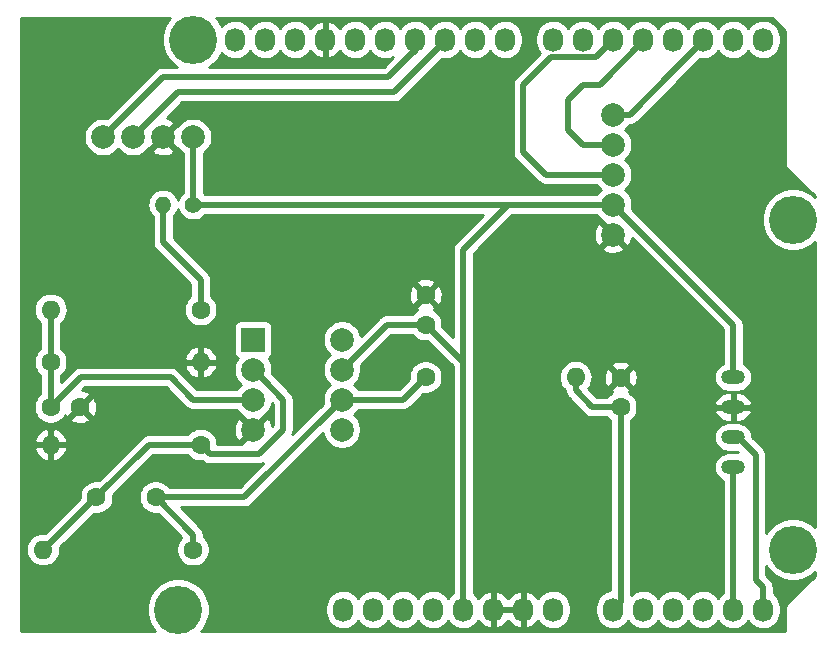
<source format=gbr>
G04 #@! TF.GenerationSoftware,KiCad,Pcbnew,(5.1.2)-2*
G04 #@! TF.CreationDate,2021-03-29T10:10:18+02:00*
G04 #@! TF.ProjectId,Projet_Cabinet,50726f6a-6574-45f4-9361-62696e65742e,rev?*
G04 #@! TF.SameCoordinates,Original*
G04 #@! TF.FileFunction,Copper,L2,Bot*
G04 #@! TF.FilePolarity,Positive*
%FSLAX46Y46*%
G04 Gerber Fmt 4.6, Leading zero omitted, Abs format (unit mm)*
G04 Created by KiCad (PCBNEW (5.1.2)-2) date 2021-03-29 10:10:18*
%MOMM*%
%LPD*%
G04 APERTURE LIST*
%ADD10O,2.000000X1.200000*%
%ADD11C,2.000000*%
%ADD12R,2.000000X2.000000*%
%ADD13O,1.600000X1.600000*%
%ADD14C,1.600000*%
%ADD15O,1.400000X1.400000*%
%ADD16C,1.400000*%
%ADD17O,1.727200X2.032000*%
%ADD18C,4.064000*%
%ADD19C,0.500000*%
%ADD20C,0.254000*%
G04 APERTURE END LIST*
D10*
X171958000Y-111760000D03*
X171958000Y-109220000D03*
X171958000Y-106680000D03*
X171958000Y-104140000D03*
D11*
X161798000Y-92075000D03*
X161798000Y-89535000D03*
X161798000Y-86995000D03*
X161798000Y-84455000D03*
X161798000Y-81915000D03*
X118618000Y-83820000D03*
X121158000Y-83820000D03*
X123698000Y-83820000D03*
X126238000Y-83820000D03*
X131318000Y-108585000D03*
X138838000Y-108585000D03*
X131318000Y-106045000D03*
X138838000Y-106045000D03*
X131318000Y-103505000D03*
X138838000Y-103505000D03*
D12*
X131318000Y-100965000D03*
D11*
X138838000Y-100965000D03*
D13*
X158623000Y-104140000D03*
D14*
X145923000Y-104140000D03*
D13*
X114173000Y-98425000D03*
D14*
X126873000Y-98425000D03*
D13*
X113538000Y-118745000D03*
D14*
X126238000Y-118745000D03*
D13*
X114173000Y-109855000D03*
D14*
X126873000Y-109855000D03*
D13*
X126873000Y-102870000D03*
D14*
X114173000Y-102870000D03*
D15*
X123698000Y-89535000D03*
D16*
X126238000Y-89535000D03*
D14*
X118063000Y-114300000D03*
X123063000Y-114300000D03*
X145923000Y-97195000D03*
X145923000Y-99695000D03*
X162433000Y-104180000D03*
X162433000Y-106680000D03*
X116673000Y-106680000D03*
X114173000Y-106680000D03*
D17*
X138938000Y-123825000D03*
X141478000Y-123825000D03*
X144018000Y-123825000D03*
X146558000Y-123825000D03*
X149098000Y-123825000D03*
X151638000Y-123825000D03*
X154178000Y-123825000D03*
X156718000Y-123825000D03*
X161798000Y-123825000D03*
X164338000Y-123825000D03*
X166878000Y-123825000D03*
X169418000Y-123825000D03*
X171958000Y-123825000D03*
X174498000Y-123825000D03*
X129794000Y-75565000D03*
X132334000Y-75565000D03*
X134874000Y-75565000D03*
X137414000Y-75565000D03*
X139954000Y-75565000D03*
X142494000Y-75565000D03*
X145034000Y-75565000D03*
X147574000Y-75565000D03*
X150114000Y-75565000D03*
X152654000Y-75565000D03*
X156718000Y-75565000D03*
X159258000Y-75565000D03*
X161798000Y-75565000D03*
X164338000Y-75565000D03*
X166878000Y-75565000D03*
X169418000Y-75565000D03*
X171958000Y-75565000D03*
X174498000Y-75565000D03*
D18*
X124968000Y-123825000D03*
X177038000Y-118745000D03*
X126238000Y-75565000D03*
X177038000Y-90805000D03*
D19*
X126238000Y-85234213D02*
X126238000Y-89535000D01*
X126238000Y-83820000D02*
X126238000Y-85234213D01*
X126238000Y-89535000D02*
X142113000Y-89535000D01*
X140843000Y-89535000D02*
X142113000Y-89535000D01*
X142648000Y-99695000D02*
X145923000Y-99695000D01*
X138838000Y-103505000D02*
X142648000Y-99695000D01*
X146722999Y-100494999D02*
X145923000Y-99695000D01*
X149098000Y-102870000D02*
X146722999Y-100494999D01*
X149098000Y-123825000D02*
X149098000Y-102870000D01*
X171958000Y-103505000D02*
X171958000Y-104140000D01*
X171958000Y-99695000D02*
X171958000Y-104140000D01*
X161798000Y-89535000D02*
X171958000Y-99695000D01*
X149098000Y-93345000D02*
X152908000Y-89535000D01*
X149098000Y-102870000D02*
X149098000Y-93345000D01*
X142113000Y-89535000D02*
X152908000Y-89535000D01*
X152908000Y-89535000D02*
X161798000Y-89535000D01*
X137414000Y-75717400D02*
X137414000Y-75565000D01*
X171958000Y-106680000D02*
X172358000Y-106680000D01*
X114173000Y-98425000D02*
X114173000Y-102870000D01*
X114173000Y-102870000D02*
X114173000Y-106680000D01*
X126238000Y-106045000D02*
X131318000Y-106045000D01*
X124333000Y-104140000D02*
X126238000Y-106045000D01*
X114173000Y-106680000D02*
X116713000Y-104140000D01*
X116713000Y-104140000D02*
X124333000Y-104140000D01*
X161301630Y-106680000D02*
X162433000Y-106680000D01*
X160031630Y-106680000D02*
X161301630Y-106680000D01*
X158623000Y-105271370D02*
X160031630Y-106680000D01*
X158623000Y-104140000D02*
X158623000Y-105271370D01*
X162433000Y-123190000D02*
X161798000Y-123825000D01*
X162433000Y-106680000D02*
X162433000Y-123190000D01*
X132317999Y-104504999D02*
X131318000Y-103505000D01*
X133858000Y-106045000D02*
X132317999Y-104504999D01*
X133858000Y-108585000D02*
X133858000Y-106045000D01*
X131788001Y-110654999D02*
X133858000Y-108585000D01*
X126873000Y-109855000D02*
X127672999Y-110654999D01*
X127672999Y-110654999D02*
X131788001Y-110654999D01*
X122508000Y-109855000D02*
X126873000Y-109855000D01*
X118063000Y-114300000D02*
X122508000Y-109855000D01*
X117983000Y-114300000D02*
X118063000Y-114300000D01*
X113538000Y-118745000D02*
X117983000Y-114300000D01*
X126238000Y-117475000D02*
X123063000Y-114300000D01*
X126238000Y-118745000D02*
X126238000Y-117475000D01*
X130583000Y-114300000D02*
X138838000Y-106045000D01*
X123063000Y-114300000D02*
X130583000Y-114300000D01*
X138838000Y-106045000D02*
X144018000Y-106045000D01*
X144018000Y-106045000D02*
X145923000Y-104140000D01*
X171958000Y-112860000D02*
X171958000Y-123825000D01*
X171958000Y-111760000D02*
X171958000Y-112860000D01*
X171958000Y-109220000D02*
X172358000Y-109220000D01*
X174498000Y-121920000D02*
X174498000Y-123825000D01*
X173863000Y-121285000D02*
X174498000Y-121920000D01*
X172358000Y-109220000D02*
X173863000Y-110725000D01*
X173863000Y-117475000D02*
X173863000Y-121285000D01*
X173863000Y-116205000D02*
X173863000Y-117475000D01*
X173863000Y-110725000D02*
X173863000Y-117475000D01*
X145034000Y-76581000D02*
X145034000Y-75565000D01*
X145034000Y-75717400D02*
X145034000Y-75565000D01*
X145034000Y-76454000D02*
X145034000Y-75565000D01*
X142748000Y-78740000D02*
X145034000Y-76454000D01*
X118618000Y-83820000D02*
X123698000Y-78740000D01*
X123698000Y-78740000D02*
X142748000Y-78740000D01*
X121158000Y-83820000D02*
X124968000Y-80010000D01*
X147574000Y-75717400D02*
X147574000Y-75565000D01*
X143281400Y-80010000D02*
X147574000Y-75717400D01*
X128143000Y-80010000D02*
X143281400Y-80010000D01*
X124968000Y-80010000D02*
X128143000Y-80010000D01*
X128143000Y-80010000D02*
X128676400Y-80010000D01*
X160383787Y-86995000D02*
X161798000Y-86995000D01*
X159893000Y-86995000D02*
X161798000Y-86995000D01*
X160331990Y-77031010D02*
X161798000Y-75565000D01*
X156521990Y-77031010D02*
X160331990Y-77031010D01*
X154178000Y-79375000D02*
X156521990Y-77031010D01*
X154178000Y-85090000D02*
X154178000Y-79375000D01*
X156083000Y-86995000D02*
X154178000Y-85090000D01*
X161798000Y-86995000D02*
X156083000Y-86995000D01*
X161798000Y-84455000D02*
X159258000Y-84455000D01*
X159258000Y-84455000D02*
X157988000Y-83185000D01*
X157988000Y-83185000D02*
X157988000Y-80645000D01*
X157988000Y-80645000D02*
X159258000Y-79375000D01*
X164338000Y-75717400D02*
X164338000Y-75565000D01*
X160680400Y-79375000D02*
X164338000Y-75717400D01*
X159258000Y-79375000D02*
X160680400Y-79375000D01*
X169418000Y-75717400D02*
X169418000Y-75565000D01*
X163220400Y-81915000D02*
X166954200Y-78181200D01*
X161798000Y-81915000D02*
X163220400Y-81915000D01*
X166704369Y-78431031D02*
X166954200Y-78181200D01*
X166954200Y-78181200D02*
X169418000Y-75717400D01*
X126873000Y-95885000D02*
X126873000Y-98425000D01*
X123698000Y-89535000D02*
X123698000Y-92710000D01*
X123698000Y-92710000D02*
X126873000Y-95885000D01*
D20*
G36*
X124166406Y-73864887D02*
G01*
X123874536Y-74301702D01*
X123673492Y-74787065D01*
X123571000Y-75302323D01*
X123571000Y-75827677D01*
X123673492Y-76342935D01*
X123874536Y-76828298D01*
X124166406Y-77265113D01*
X124537887Y-77636594D01*
X124864755Y-77855000D01*
X123741469Y-77855000D01*
X123698000Y-77850719D01*
X123654531Y-77855000D01*
X123654523Y-77855000D01*
X123524510Y-77867805D01*
X123357687Y-77918411D01*
X123203941Y-78000589D01*
X123102953Y-78083468D01*
X123102951Y-78083470D01*
X123069183Y-78111183D01*
X123041470Y-78144951D01*
X118964525Y-82221897D01*
X118779033Y-82185000D01*
X118456967Y-82185000D01*
X118141088Y-82247832D01*
X117843537Y-82371082D01*
X117575748Y-82550013D01*
X117348013Y-82777748D01*
X117169082Y-83045537D01*
X117045832Y-83343088D01*
X116983000Y-83658967D01*
X116983000Y-83981033D01*
X117045832Y-84296912D01*
X117169082Y-84594463D01*
X117348013Y-84862252D01*
X117575748Y-85089987D01*
X117843537Y-85268918D01*
X118141088Y-85392168D01*
X118456967Y-85455000D01*
X118779033Y-85455000D01*
X119094912Y-85392168D01*
X119392463Y-85268918D01*
X119660252Y-85089987D01*
X119887987Y-84862252D01*
X119888000Y-84862233D01*
X119888013Y-84862252D01*
X120115748Y-85089987D01*
X120383537Y-85268918D01*
X120681088Y-85392168D01*
X120996967Y-85455000D01*
X121319033Y-85455000D01*
X121634912Y-85392168D01*
X121932463Y-85268918D01*
X122200252Y-85089987D01*
X122334826Y-84955413D01*
X122742192Y-84955413D01*
X122837956Y-85219814D01*
X123127571Y-85360704D01*
X123439108Y-85442384D01*
X123760595Y-85461718D01*
X124079675Y-85417961D01*
X124384088Y-85312795D01*
X124558044Y-85219814D01*
X124653808Y-84955413D01*
X123698000Y-83999605D01*
X122742192Y-84955413D01*
X122334826Y-84955413D01*
X122427987Y-84862252D01*
X122500720Y-84753400D01*
X122562587Y-84775808D01*
X123518395Y-83820000D01*
X123504253Y-83805858D01*
X123683858Y-83626253D01*
X123698000Y-83640395D01*
X124653808Y-82684587D01*
X124558044Y-82420186D01*
X124268429Y-82279296D01*
X124016369Y-82213210D01*
X125334579Y-80895000D01*
X143237931Y-80895000D01*
X143281400Y-80899281D01*
X143324869Y-80895000D01*
X143324877Y-80895000D01*
X143454890Y-80882195D01*
X143621713Y-80831589D01*
X143775459Y-80749411D01*
X143910217Y-80638817D01*
X143937934Y-80605044D01*
X147342526Y-77200452D01*
X147574000Y-77223251D01*
X147867777Y-77194316D01*
X148150264Y-77108625D01*
X148410606Y-76969469D01*
X148638797Y-76782197D01*
X148826069Y-76554006D01*
X148844000Y-76520459D01*
X148861931Y-76554006D01*
X149049203Y-76782197D01*
X149277395Y-76969469D01*
X149537737Y-77108625D01*
X149820224Y-77194316D01*
X150114000Y-77223251D01*
X150407777Y-77194316D01*
X150690264Y-77108625D01*
X150950606Y-76969469D01*
X151178797Y-76782197D01*
X151366069Y-76554006D01*
X151384000Y-76520459D01*
X151401931Y-76554006D01*
X151589203Y-76782197D01*
X151817395Y-76969469D01*
X152077737Y-77108625D01*
X152360224Y-77194316D01*
X152654000Y-77223251D01*
X152947777Y-77194316D01*
X153230264Y-77108625D01*
X153490606Y-76969469D01*
X153718797Y-76782197D01*
X153906069Y-76554006D01*
X154045225Y-76293663D01*
X154130916Y-76011176D01*
X154152600Y-75791018D01*
X154152600Y-75338981D01*
X154130916Y-75118823D01*
X154045225Y-74836336D01*
X153906069Y-74575994D01*
X153718797Y-74347803D01*
X153490605Y-74160531D01*
X153230263Y-74021375D01*
X152947776Y-73935684D01*
X152654000Y-73906749D01*
X152360223Y-73935684D01*
X152077736Y-74021375D01*
X151817394Y-74160531D01*
X151589203Y-74347803D01*
X151401931Y-74575995D01*
X151384000Y-74609541D01*
X151366069Y-74575994D01*
X151178797Y-74347803D01*
X150950605Y-74160531D01*
X150690263Y-74021375D01*
X150407776Y-73935684D01*
X150114000Y-73906749D01*
X149820223Y-73935684D01*
X149537736Y-74021375D01*
X149277394Y-74160531D01*
X149049203Y-74347803D01*
X148861931Y-74575995D01*
X148844000Y-74609541D01*
X148826069Y-74575994D01*
X148638797Y-74347803D01*
X148410605Y-74160531D01*
X148150263Y-74021375D01*
X147867776Y-73935684D01*
X147574000Y-73906749D01*
X147280223Y-73935684D01*
X146997736Y-74021375D01*
X146737394Y-74160531D01*
X146509203Y-74347803D01*
X146321931Y-74575995D01*
X146304000Y-74609541D01*
X146286069Y-74575994D01*
X146098797Y-74347803D01*
X145870605Y-74160531D01*
X145610263Y-74021375D01*
X145327776Y-73935684D01*
X145034000Y-73906749D01*
X144740223Y-73935684D01*
X144457736Y-74021375D01*
X144197394Y-74160531D01*
X143969203Y-74347803D01*
X143781931Y-74575995D01*
X143764000Y-74609541D01*
X143746069Y-74575994D01*
X143558797Y-74347803D01*
X143330605Y-74160531D01*
X143070263Y-74021375D01*
X142787776Y-73935684D01*
X142494000Y-73906749D01*
X142200223Y-73935684D01*
X141917736Y-74021375D01*
X141657394Y-74160531D01*
X141429203Y-74347803D01*
X141241931Y-74575995D01*
X141224000Y-74609541D01*
X141206069Y-74575994D01*
X141018797Y-74347803D01*
X140790605Y-74160531D01*
X140530263Y-74021375D01*
X140247776Y-73935684D01*
X139954000Y-73906749D01*
X139660223Y-73935684D01*
X139377736Y-74021375D01*
X139117394Y-74160531D01*
X138889203Y-74347803D01*
X138701931Y-74575995D01*
X138680576Y-74615947D01*
X138532486Y-74413271D01*
X138316035Y-74214267D01*
X138064919Y-74061314D01*
X137788789Y-73960291D01*
X137773026Y-73957642D01*
X137541000Y-74078783D01*
X137541000Y-75438000D01*
X137561000Y-75438000D01*
X137561000Y-75692000D01*
X137541000Y-75692000D01*
X137541000Y-77051217D01*
X137773026Y-77172358D01*
X137788789Y-77169709D01*
X138064919Y-77068686D01*
X138316035Y-76915733D01*
X138532486Y-76716729D01*
X138680576Y-76514053D01*
X138701931Y-76554006D01*
X138889203Y-76782197D01*
X139117395Y-76969469D01*
X139377737Y-77108625D01*
X139660224Y-77194316D01*
X139954000Y-77223251D01*
X140247777Y-77194316D01*
X140530264Y-77108625D01*
X140790606Y-76969469D01*
X141018797Y-76782197D01*
X141206069Y-76554006D01*
X141224000Y-76520459D01*
X141241931Y-76554006D01*
X141429203Y-76782197D01*
X141657395Y-76969469D01*
X141917737Y-77108625D01*
X142200224Y-77194316D01*
X142494000Y-77223251D01*
X142787777Y-77194316D01*
X143070264Y-77108625D01*
X143193860Y-77042561D01*
X142381422Y-77855000D01*
X127611245Y-77855000D01*
X127938113Y-77636594D01*
X128309594Y-77265113D01*
X128601464Y-76828298D01*
X128657001Y-76694219D01*
X128729203Y-76782197D01*
X128957395Y-76969469D01*
X129217737Y-77108625D01*
X129500224Y-77194316D01*
X129794000Y-77223251D01*
X130087777Y-77194316D01*
X130370264Y-77108625D01*
X130630606Y-76969469D01*
X130858797Y-76782197D01*
X131046069Y-76554006D01*
X131064000Y-76520459D01*
X131081931Y-76554006D01*
X131269203Y-76782197D01*
X131497395Y-76969469D01*
X131757737Y-77108625D01*
X132040224Y-77194316D01*
X132334000Y-77223251D01*
X132627777Y-77194316D01*
X132910264Y-77108625D01*
X133170606Y-76969469D01*
X133398797Y-76782197D01*
X133586069Y-76554006D01*
X133604000Y-76520459D01*
X133621931Y-76554006D01*
X133809203Y-76782197D01*
X134037395Y-76969469D01*
X134297737Y-77108625D01*
X134580224Y-77194316D01*
X134874000Y-77223251D01*
X135167777Y-77194316D01*
X135450264Y-77108625D01*
X135710606Y-76969469D01*
X135938797Y-76782197D01*
X136126069Y-76554006D01*
X136147424Y-76514053D01*
X136295514Y-76716729D01*
X136511965Y-76915733D01*
X136763081Y-77068686D01*
X137039211Y-77169709D01*
X137054974Y-77172358D01*
X137287000Y-77051217D01*
X137287000Y-75692000D01*
X137267000Y-75692000D01*
X137267000Y-75438000D01*
X137287000Y-75438000D01*
X137287000Y-74078783D01*
X137054974Y-73957642D01*
X137039211Y-73960291D01*
X136763081Y-74061314D01*
X136511965Y-74214267D01*
X136295514Y-74413271D01*
X136147424Y-74615947D01*
X136126069Y-74575994D01*
X135938797Y-74347803D01*
X135710605Y-74160531D01*
X135450263Y-74021375D01*
X135167776Y-73935684D01*
X134874000Y-73906749D01*
X134580223Y-73935684D01*
X134297736Y-74021375D01*
X134037394Y-74160531D01*
X133809203Y-74347803D01*
X133621931Y-74575995D01*
X133604000Y-74609541D01*
X133586069Y-74575994D01*
X133398797Y-74347803D01*
X133170605Y-74160531D01*
X132910263Y-74021375D01*
X132627776Y-73935684D01*
X132334000Y-73906749D01*
X132040223Y-73935684D01*
X131757736Y-74021375D01*
X131497394Y-74160531D01*
X131269203Y-74347803D01*
X131081931Y-74575995D01*
X131064000Y-74609541D01*
X131046069Y-74575994D01*
X130858797Y-74347803D01*
X130630605Y-74160531D01*
X130370263Y-74021375D01*
X130087776Y-73935684D01*
X129794000Y-73906749D01*
X129500223Y-73935684D01*
X129217736Y-74021375D01*
X128957394Y-74160531D01*
X128729203Y-74347803D01*
X128657001Y-74435781D01*
X128601464Y-74301702D01*
X128309594Y-73864887D01*
X128179707Y-73735000D01*
X175219909Y-73735000D01*
X176328001Y-74843093D01*
X176328000Y-85944125D01*
X176324565Y-85979000D01*
X176328000Y-86013875D01*
X176328000Y-86013876D01*
X176338273Y-86118183D01*
X176378872Y-86252019D01*
X176444800Y-86375362D01*
X176533525Y-86483474D01*
X176560617Y-86505708D01*
X178868001Y-88813093D01*
X178868001Y-88863294D01*
X178738113Y-88733406D01*
X178301298Y-88441536D01*
X177815935Y-88240492D01*
X177300677Y-88138000D01*
X176775323Y-88138000D01*
X176260065Y-88240492D01*
X175774702Y-88441536D01*
X175337887Y-88733406D01*
X174966406Y-89104887D01*
X174674536Y-89541702D01*
X174473492Y-90027065D01*
X174371000Y-90542323D01*
X174371000Y-91067677D01*
X174473492Y-91582935D01*
X174674536Y-92068298D01*
X174966406Y-92505113D01*
X175337887Y-92876594D01*
X175774702Y-93168464D01*
X176260065Y-93369508D01*
X176775323Y-93472000D01*
X177300677Y-93472000D01*
X177815935Y-93369508D01*
X178301298Y-93168464D01*
X178738113Y-92876594D01*
X178868001Y-92746706D01*
X178868000Y-116803293D01*
X178738113Y-116673406D01*
X178301298Y-116381536D01*
X177815935Y-116180492D01*
X177300677Y-116078000D01*
X176775323Y-116078000D01*
X176260065Y-116180492D01*
X175774702Y-116381536D01*
X175337887Y-116673406D01*
X174966406Y-117044887D01*
X174748000Y-117371755D01*
X174748000Y-110768465D01*
X174752281Y-110724999D01*
X174748000Y-110681533D01*
X174748000Y-110681523D01*
X174735195Y-110551510D01*
X174684589Y-110384687D01*
X174602411Y-110230941D01*
X174573172Y-110195313D01*
X174519532Y-110129953D01*
X174519530Y-110129951D01*
X174491817Y-110096183D01*
X174458050Y-110068471D01*
X173597817Y-109208238D01*
X173575130Y-108977898D01*
X173504511Y-108745099D01*
X173389833Y-108530551D01*
X173235502Y-108342498D01*
X173047449Y-108188167D01*
X172832901Y-108073489D01*
X172600102Y-108002870D01*
X172418665Y-107985000D01*
X171497335Y-107985000D01*
X171315898Y-108002870D01*
X171083099Y-108073489D01*
X170868551Y-108188167D01*
X170680498Y-108342498D01*
X170526167Y-108530551D01*
X170411489Y-108745099D01*
X170340870Y-108977898D01*
X170317025Y-109220000D01*
X170340870Y-109462102D01*
X170411489Y-109694901D01*
X170526167Y-109909449D01*
X170680498Y-110097502D01*
X170868551Y-110251833D01*
X171083099Y-110366511D01*
X171315898Y-110437130D01*
X171497335Y-110455000D01*
X172341422Y-110455000D01*
X172411422Y-110525000D01*
X171497335Y-110525000D01*
X171315898Y-110542870D01*
X171083099Y-110613489D01*
X170868551Y-110728167D01*
X170680498Y-110882498D01*
X170526167Y-111070551D01*
X170411489Y-111285099D01*
X170340870Y-111517898D01*
X170317025Y-111760000D01*
X170340870Y-112002102D01*
X170411489Y-112234901D01*
X170526167Y-112449449D01*
X170680498Y-112637502D01*
X170868551Y-112791833D01*
X171073000Y-112901113D01*
X171073001Y-122460246D01*
X170893203Y-122607803D01*
X170705931Y-122835995D01*
X170688000Y-122869541D01*
X170670069Y-122835994D01*
X170482797Y-122607803D01*
X170254605Y-122420531D01*
X169994263Y-122281375D01*
X169711776Y-122195684D01*
X169418000Y-122166749D01*
X169124223Y-122195684D01*
X168841736Y-122281375D01*
X168581394Y-122420531D01*
X168353203Y-122607803D01*
X168165931Y-122835995D01*
X168148000Y-122869541D01*
X168130069Y-122835994D01*
X167942797Y-122607803D01*
X167714605Y-122420531D01*
X167454263Y-122281375D01*
X167171776Y-122195684D01*
X166878000Y-122166749D01*
X166584223Y-122195684D01*
X166301736Y-122281375D01*
X166041394Y-122420531D01*
X165813203Y-122607803D01*
X165625931Y-122835995D01*
X165608000Y-122869541D01*
X165590069Y-122835994D01*
X165402797Y-122607803D01*
X165174605Y-122420531D01*
X164914263Y-122281375D01*
X164631776Y-122195684D01*
X164338000Y-122166749D01*
X164044223Y-122195684D01*
X163761736Y-122281375D01*
X163501394Y-122420531D01*
X163318000Y-122571039D01*
X163318000Y-107814521D01*
X163347759Y-107794637D01*
X163547637Y-107594759D01*
X163704680Y-107359727D01*
X163812853Y-107098574D01*
X163832936Y-106997609D01*
X170364538Y-106997609D01*
X170368409Y-107035282D01*
X170460579Y-107260533D01*
X170594922Y-107463474D01*
X170766275Y-107636307D01*
X170968054Y-107772390D01*
X171192504Y-107866493D01*
X171431000Y-107915000D01*
X171831000Y-107915000D01*
X171831000Y-106807000D01*
X172085000Y-106807000D01*
X172085000Y-107915000D01*
X172485000Y-107915000D01*
X172723496Y-107866493D01*
X172947946Y-107772390D01*
X173149725Y-107636307D01*
X173321078Y-107463474D01*
X173455421Y-107260533D01*
X173547591Y-107035282D01*
X173551462Y-106997609D01*
X173426731Y-106807000D01*
X172085000Y-106807000D01*
X171831000Y-106807000D01*
X170489269Y-106807000D01*
X170364538Y-106997609D01*
X163832936Y-106997609D01*
X163868000Y-106821335D01*
X163868000Y-106538665D01*
X163832937Y-106362391D01*
X170364538Y-106362391D01*
X170489269Y-106553000D01*
X171831000Y-106553000D01*
X171831000Y-105445000D01*
X172085000Y-105445000D01*
X172085000Y-106553000D01*
X173426731Y-106553000D01*
X173551462Y-106362391D01*
X173547591Y-106324718D01*
X173455421Y-106099467D01*
X173321078Y-105896526D01*
X173149725Y-105723693D01*
X172947946Y-105587610D01*
X172723496Y-105493507D01*
X172485000Y-105445000D01*
X172085000Y-105445000D01*
X171831000Y-105445000D01*
X171431000Y-105445000D01*
X171192504Y-105493507D01*
X170968054Y-105587610D01*
X170766275Y-105723693D01*
X170594922Y-105896526D01*
X170460579Y-106099467D01*
X170368409Y-106324718D01*
X170364538Y-106362391D01*
X163832937Y-106362391D01*
X163812853Y-106261426D01*
X163704680Y-106000273D01*
X163547637Y-105765241D01*
X163347759Y-105565363D01*
X163147131Y-105431308D01*
X163174514Y-105416671D01*
X163246097Y-105172702D01*
X162433000Y-104359605D01*
X161619903Y-105172702D01*
X161691486Y-105416671D01*
X161720341Y-105430324D01*
X161518241Y-105565363D01*
X161318363Y-105765241D01*
X161298479Y-105795000D01*
X160398209Y-105795000D01*
X159696792Y-105093584D01*
X159821932Y-104941101D01*
X159955182Y-104691808D01*
X160037236Y-104421309D01*
X160054058Y-104250512D01*
X160992783Y-104250512D01*
X161034213Y-104530130D01*
X161129397Y-104796292D01*
X161196329Y-104921514D01*
X161440298Y-104993097D01*
X162253395Y-104180000D01*
X162612605Y-104180000D01*
X163425702Y-104993097D01*
X163669671Y-104921514D01*
X163790571Y-104666004D01*
X163859300Y-104391816D01*
X163873217Y-104109488D01*
X163831787Y-103829870D01*
X163736603Y-103563708D01*
X163669671Y-103438486D01*
X163425702Y-103366903D01*
X162612605Y-104180000D01*
X162253395Y-104180000D01*
X161440298Y-103366903D01*
X161196329Y-103438486D01*
X161075429Y-103693996D01*
X161006700Y-103968184D01*
X160992783Y-104250512D01*
X160054058Y-104250512D01*
X160064943Y-104140000D01*
X160037236Y-103858691D01*
X159955182Y-103588192D01*
X159821932Y-103338899D01*
X159697517Y-103187298D01*
X161619903Y-103187298D01*
X162433000Y-104000395D01*
X163246097Y-103187298D01*
X163174514Y-102943329D01*
X162919004Y-102822429D01*
X162644816Y-102753700D01*
X162362488Y-102739783D01*
X162082870Y-102781213D01*
X161816708Y-102876397D01*
X161691486Y-102943329D01*
X161619903Y-103187298D01*
X159697517Y-103187298D01*
X159642608Y-103120392D01*
X159424101Y-102941068D01*
X159174808Y-102807818D01*
X158904309Y-102725764D01*
X158693492Y-102705000D01*
X158552508Y-102705000D01*
X158341691Y-102725764D01*
X158071192Y-102807818D01*
X157821899Y-102941068D01*
X157603392Y-103120392D01*
X157424068Y-103338899D01*
X157290818Y-103588192D01*
X157208764Y-103858691D01*
X157181057Y-104140000D01*
X157208764Y-104421309D01*
X157290818Y-104691808D01*
X157424068Y-104941101D01*
X157603392Y-105159608D01*
X157734157Y-105266924D01*
X157733719Y-105271370D01*
X157750805Y-105444860D01*
X157801412Y-105611683D01*
X157883590Y-105765429D01*
X157966468Y-105866416D01*
X157966471Y-105866419D01*
X157994184Y-105900187D01*
X158027951Y-105927899D01*
X159375100Y-107275049D01*
X159402813Y-107308817D01*
X159436581Y-107336530D01*
X159436583Y-107336532D01*
X159537571Y-107419411D01*
X159691316Y-107501589D01*
X159826998Y-107542748D01*
X159858140Y-107552195D01*
X159988153Y-107565000D01*
X159988161Y-107565000D01*
X160031630Y-107569281D01*
X160075099Y-107565000D01*
X161298479Y-107565000D01*
X161318363Y-107594759D01*
X161518241Y-107794637D01*
X161548000Y-107814521D01*
X161548001Y-122191372D01*
X161504223Y-122195684D01*
X161221736Y-122281375D01*
X160961394Y-122420531D01*
X160733203Y-122607803D01*
X160545931Y-122835995D01*
X160406775Y-123096337D01*
X160321084Y-123378824D01*
X160299400Y-123598982D01*
X160299400Y-124051019D01*
X160321084Y-124271177D01*
X160406775Y-124553664D01*
X160545931Y-124814006D01*
X160733203Y-125042197D01*
X160961395Y-125229469D01*
X161221737Y-125368625D01*
X161504224Y-125454316D01*
X161798000Y-125483251D01*
X162091777Y-125454316D01*
X162374264Y-125368625D01*
X162634606Y-125229469D01*
X162862797Y-125042197D01*
X163050069Y-124814006D01*
X163068000Y-124780459D01*
X163085931Y-124814006D01*
X163273203Y-125042197D01*
X163501395Y-125229469D01*
X163761737Y-125368625D01*
X164044224Y-125454316D01*
X164338000Y-125483251D01*
X164631777Y-125454316D01*
X164914264Y-125368625D01*
X165174606Y-125229469D01*
X165402797Y-125042197D01*
X165590069Y-124814006D01*
X165608000Y-124780459D01*
X165625931Y-124814006D01*
X165813203Y-125042197D01*
X166041395Y-125229469D01*
X166301737Y-125368625D01*
X166584224Y-125454316D01*
X166878000Y-125483251D01*
X167171777Y-125454316D01*
X167454264Y-125368625D01*
X167714606Y-125229469D01*
X167942797Y-125042197D01*
X168130069Y-124814006D01*
X168148000Y-124780459D01*
X168165931Y-124814006D01*
X168353203Y-125042197D01*
X168581395Y-125229469D01*
X168841737Y-125368625D01*
X169124224Y-125454316D01*
X169418000Y-125483251D01*
X169711777Y-125454316D01*
X169994264Y-125368625D01*
X170254606Y-125229469D01*
X170482797Y-125042197D01*
X170670069Y-124814006D01*
X170688000Y-124780459D01*
X170705931Y-124814006D01*
X170893203Y-125042197D01*
X171121395Y-125229469D01*
X171381737Y-125368625D01*
X171664224Y-125454316D01*
X171958000Y-125483251D01*
X172251777Y-125454316D01*
X172534264Y-125368625D01*
X172794606Y-125229469D01*
X173022797Y-125042197D01*
X173210069Y-124814006D01*
X173228000Y-124780459D01*
X173245931Y-124814006D01*
X173433203Y-125042197D01*
X173661395Y-125229469D01*
X173921737Y-125368625D01*
X174204224Y-125454316D01*
X174498000Y-125483251D01*
X174791777Y-125454316D01*
X175074264Y-125368625D01*
X175334606Y-125229469D01*
X175562797Y-125042197D01*
X175750069Y-124814006D01*
X175889225Y-124553663D01*
X175974916Y-124271176D01*
X175996600Y-124051018D01*
X175996600Y-123598981D01*
X175974916Y-123378823D01*
X175889225Y-123096336D01*
X175750069Y-122835994D01*
X175562797Y-122607803D01*
X175383000Y-122460248D01*
X175383000Y-121963469D01*
X175387281Y-121920000D01*
X175383000Y-121876531D01*
X175383000Y-121876523D01*
X175370195Y-121746510D01*
X175333430Y-121625313D01*
X175319589Y-121579686D01*
X175237411Y-121425941D01*
X175154532Y-121324953D01*
X175154530Y-121324951D01*
X175126817Y-121291183D01*
X175093050Y-121263471D01*
X174748000Y-120918422D01*
X174748000Y-120118245D01*
X174966406Y-120445113D01*
X175337887Y-120816594D01*
X175774702Y-121108464D01*
X176260065Y-121309508D01*
X176775323Y-121412000D01*
X177300677Y-121412000D01*
X177815935Y-121309508D01*
X178301298Y-121108464D01*
X178738113Y-120816594D01*
X178868000Y-120686707D01*
X178868000Y-120990908D01*
X176560617Y-123298292D01*
X176533526Y-123320525D01*
X176511293Y-123347616D01*
X176444801Y-123428637D01*
X176378872Y-123551981D01*
X176338274Y-123685816D01*
X176324565Y-123825000D01*
X176328001Y-123859885D01*
X176328000Y-125655000D01*
X126909707Y-125655000D01*
X127039594Y-125525113D01*
X127331464Y-125088298D01*
X127532508Y-124602935D01*
X127635000Y-124087677D01*
X127635000Y-123562323D01*
X127532508Y-123047065D01*
X127331464Y-122561702D01*
X127039594Y-122124887D01*
X126668113Y-121753406D01*
X126231298Y-121461536D01*
X125745935Y-121260492D01*
X125230677Y-121158000D01*
X124705323Y-121158000D01*
X124190065Y-121260492D01*
X123704702Y-121461536D01*
X123267887Y-121753406D01*
X122896406Y-122124887D01*
X122604536Y-122561702D01*
X122403492Y-123047065D01*
X122301000Y-123562323D01*
X122301000Y-124087677D01*
X122403492Y-124602935D01*
X122604536Y-125088298D01*
X122896406Y-125525113D01*
X123026293Y-125655000D01*
X111708000Y-125655000D01*
X111708000Y-118745000D01*
X112096057Y-118745000D01*
X112123764Y-119026309D01*
X112205818Y-119296808D01*
X112339068Y-119546101D01*
X112518392Y-119764608D01*
X112736899Y-119943932D01*
X112986192Y-120077182D01*
X113256691Y-120159236D01*
X113467508Y-120180000D01*
X113608492Y-120180000D01*
X113819309Y-120159236D01*
X114089808Y-120077182D01*
X114339101Y-119943932D01*
X114557608Y-119764608D01*
X114736932Y-119546101D01*
X114870182Y-119296808D01*
X114952236Y-119026309D01*
X114979943Y-118745000D01*
X114962875Y-118571704D01*
X117819834Y-115714744D01*
X117921665Y-115735000D01*
X118204335Y-115735000D01*
X118481574Y-115679853D01*
X118742727Y-115571680D01*
X118977759Y-115414637D01*
X119177637Y-115214759D01*
X119334680Y-114979727D01*
X119442853Y-114718574D01*
X119498000Y-114441335D01*
X119498000Y-114158665D01*
X119491017Y-114123561D01*
X122874579Y-110740000D01*
X125738479Y-110740000D01*
X125758363Y-110769759D01*
X125958241Y-110969637D01*
X126193273Y-111126680D01*
X126454426Y-111234853D01*
X126731665Y-111290000D01*
X127014335Y-111290000D01*
X127044424Y-111284015D01*
X127077950Y-111311529D01*
X127077952Y-111311531D01*
X127129478Y-111353817D01*
X127178940Y-111394410D01*
X127332686Y-111476588D01*
X127499509Y-111527194D01*
X127629522Y-111539999D01*
X127629532Y-111539999D01*
X127672998Y-111544280D01*
X127716464Y-111539999D01*
X131744532Y-111539999D01*
X131788001Y-111544280D01*
X131831470Y-111539999D01*
X131831478Y-111539999D01*
X131961491Y-111527194D01*
X132128314Y-111476588D01*
X132185285Y-111446137D01*
X130216422Y-113415000D01*
X124197521Y-113415000D01*
X124177637Y-113385241D01*
X123977759Y-113185363D01*
X123742727Y-113028320D01*
X123481574Y-112920147D01*
X123204335Y-112865000D01*
X122921665Y-112865000D01*
X122644426Y-112920147D01*
X122383273Y-113028320D01*
X122148241Y-113185363D01*
X121948363Y-113385241D01*
X121791320Y-113620273D01*
X121683147Y-113881426D01*
X121628000Y-114158665D01*
X121628000Y-114441335D01*
X121683147Y-114718574D01*
X121791320Y-114979727D01*
X121948363Y-115214759D01*
X122148241Y-115414637D01*
X122383273Y-115571680D01*
X122644426Y-115679853D01*
X122921665Y-115735000D01*
X123204335Y-115735000D01*
X123239439Y-115728017D01*
X125232513Y-117721091D01*
X125123363Y-117830241D01*
X124966320Y-118065273D01*
X124858147Y-118326426D01*
X124803000Y-118603665D01*
X124803000Y-118886335D01*
X124858147Y-119163574D01*
X124966320Y-119424727D01*
X125123363Y-119659759D01*
X125323241Y-119859637D01*
X125558273Y-120016680D01*
X125819426Y-120124853D01*
X126096665Y-120180000D01*
X126379335Y-120180000D01*
X126656574Y-120124853D01*
X126917727Y-120016680D01*
X127152759Y-119859637D01*
X127352637Y-119659759D01*
X127509680Y-119424727D01*
X127617853Y-119163574D01*
X127673000Y-118886335D01*
X127673000Y-118603665D01*
X127617853Y-118326426D01*
X127509680Y-118065273D01*
X127352637Y-117830241D01*
X127152759Y-117630363D01*
X127123000Y-117610479D01*
X127123000Y-117518466D01*
X127127281Y-117474999D01*
X127123000Y-117431533D01*
X127123000Y-117431523D01*
X127110195Y-117301510D01*
X127059589Y-117134687D01*
X126977411Y-116980941D01*
X126866817Y-116846183D01*
X126833049Y-116818470D01*
X125199578Y-115185000D01*
X130539531Y-115185000D01*
X130583000Y-115189281D01*
X130626469Y-115185000D01*
X130626477Y-115185000D01*
X130756490Y-115172195D01*
X130923313Y-115121589D01*
X131077059Y-115039411D01*
X131211817Y-114928817D01*
X131239534Y-114895044D01*
X137233784Y-108900795D01*
X137265832Y-109061912D01*
X137389082Y-109359463D01*
X137568013Y-109627252D01*
X137795748Y-109854987D01*
X138063537Y-110033918D01*
X138361088Y-110157168D01*
X138676967Y-110220000D01*
X138999033Y-110220000D01*
X139314912Y-110157168D01*
X139612463Y-110033918D01*
X139880252Y-109854987D01*
X140107987Y-109627252D01*
X140286918Y-109359463D01*
X140410168Y-109061912D01*
X140473000Y-108746033D01*
X140473000Y-108423967D01*
X140410168Y-108108088D01*
X140286918Y-107810537D01*
X140107987Y-107542748D01*
X139880252Y-107315013D01*
X139880233Y-107315000D01*
X139880252Y-107314987D01*
X140107987Y-107087252D01*
X140213059Y-106930000D01*
X143974531Y-106930000D01*
X144018000Y-106934281D01*
X144061469Y-106930000D01*
X144061477Y-106930000D01*
X144191490Y-106917195D01*
X144358313Y-106866589D01*
X144512059Y-106784411D01*
X144646817Y-106673817D01*
X144674534Y-106640044D01*
X145746561Y-105568017D01*
X145781665Y-105575000D01*
X146064335Y-105575000D01*
X146341574Y-105519853D01*
X146602727Y-105411680D01*
X146837759Y-105254637D01*
X147037637Y-105054759D01*
X147194680Y-104819727D01*
X147302853Y-104558574D01*
X147358000Y-104281335D01*
X147358000Y-103998665D01*
X147302853Y-103721426D01*
X147194680Y-103460273D01*
X147037637Y-103225241D01*
X146837759Y-103025363D01*
X146602727Y-102868320D01*
X146341574Y-102760147D01*
X146064335Y-102705000D01*
X145781665Y-102705000D01*
X145504426Y-102760147D01*
X145243273Y-102868320D01*
X145008241Y-103025363D01*
X144808363Y-103225241D01*
X144651320Y-103460273D01*
X144543147Y-103721426D01*
X144488000Y-103998665D01*
X144488000Y-104281335D01*
X144494983Y-104316439D01*
X143651422Y-105160000D01*
X140213059Y-105160000D01*
X140107987Y-105002748D01*
X139880252Y-104775013D01*
X139880233Y-104775000D01*
X139880252Y-104774987D01*
X140107987Y-104547252D01*
X140286918Y-104279463D01*
X140410168Y-103981912D01*
X140473000Y-103666033D01*
X140473000Y-103343967D01*
X140436103Y-103158475D01*
X143014579Y-100580000D01*
X144788479Y-100580000D01*
X144808363Y-100609759D01*
X145008241Y-100809637D01*
X145243273Y-100966680D01*
X145504426Y-101074853D01*
X145781665Y-101130000D01*
X146064335Y-101130000D01*
X146099438Y-101123017D01*
X146127952Y-101151531D01*
X146127957Y-101151535D01*
X148213001Y-103236580D01*
X148213000Y-122460247D01*
X148033203Y-122607803D01*
X147845931Y-122835995D01*
X147828000Y-122869541D01*
X147810069Y-122835994D01*
X147622797Y-122607803D01*
X147394605Y-122420531D01*
X147134263Y-122281375D01*
X146851776Y-122195684D01*
X146558000Y-122166749D01*
X146264223Y-122195684D01*
X145981736Y-122281375D01*
X145721394Y-122420531D01*
X145493203Y-122607803D01*
X145305931Y-122835995D01*
X145288000Y-122869541D01*
X145270069Y-122835994D01*
X145082797Y-122607803D01*
X144854605Y-122420531D01*
X144594263Y-122281375D01*
X144311776Y-122195684D01*
X144018000Y-122166749D01*
X143724223Y-122195684D01*
X143441736Y-122281375D01*
X143181394Y-122420531D01*
X142953203Y-122607803D01*
X142765931Y-122835995D01*
X142748000Y-122869541D01*
X142730069Y-122835994D01*
X142542797Y-122607803D01*
X142314605Y-122420531D01*
X142054263Y-122281375D01*
X141771776Y-122195684D01*
X141478000Y-122166749D01*
X141184223Y-122195684D01*
X140901736Y-122281375D01*
X140641394Y-122420531D01*
X140413203Y-122607803D01*
X140225931Y-122835995D01*
X140208000Y-122869541D01*
X140190069Y-122835994D01*
X140002797Y-122607803D01*
X139774605Y-122420531D01*
X139514263Y-122281375D01*
X139231776Y-122195684D01*
X138938000Y-122166749D01*
X138644223Y-122195684D01*
X138361736Y-122281375D01*
X138101394Y-122420531D01*
X137873203Y-122607803D01*
X137685931Y-122835995D01*
X137546775Y-123096337D01*
X137461084Y-123378824D01*
X137439400Y-123598982D01*
X137439400Y-124051019D01*
X137461084Y-124271177D01*
X137546775Y-124553664D01*
X137685931Y-124814006D01*
X137873203Y-125042197D01*
X138101395Y-125229469D01*
X138361737Y-125368625D01*
X138644224Y-125454316D01*
X138938000Y-125483251D01*
X139231777Y-125454316D01*
X139514264Y-125368625D01*
X139774606Y-125229469D01*
X140002797Y-125042197D01*
X140190069Y-124814006D01*
X140208000Y-124780459D01*
X140225931Y-124814006D01*
X140413203Y-125042197D01*
X140641395Y-125229469D01*
X140901737Y-125368625D01*
X141184224Y-125454316D01*
X141478000Y-125483251D01*
X141771777Y-125454316D01*
X142054264Y-125368625D01*
X142314606Y-125229469D01*
X142542797Y-125042197D01*
X142730069Y-124814006D01*
X142748000Y-124780459D01*
X142765931Y-124814006D01*
X142953203Y-125042197D01*
X143181395Y-125229469D01*
X143441737Y-125368625D01*
X143724224Y-125454316D01*
X144018000Y-125483251D01*
X144311777Y-125454316D01*
X144594264Y-125368625D01*
X144854606Y-125229469D01*
X145082797Y-125042197D01*
X145270069Y-124814006D01*
X145288000Y-124780459D01*
X145305931Y-124814006D01*
X145493203Y-125042197D01*
X145721395Y-125229469D01*
X145981737Y-125368625D01*
X146264224Y-125454316D01*
X146558000Y-125483251D01*
X146851777Y-125454316D01*
X147134264Y-125368625D01*
X147394606Y-125229469D01*
X147622797Y-125042197D01*
X147810069Y-124814006D01*
X147828000Y-124780459D01*
X147845931Y-124814006D01*
X148033203Y-125042197D01*
X148261395Y-125229469D01*
X148521737Y-125368625D01*
X148804224Y-125454316D01*
X149098000Y-125483251D01*
X149391777Y-125454316D01*
X149674264Y-125368625D01*
X149934606Y-125229469D01*
X150162797Y-125042197D01*
X150350069Y-124814006D01*
X150371424Y-124774053D01*
X150519514Y-124976729D01*
X150735965Y-125175733D01*
X150987081Y-125328686D01*
X151263211Y-125429709D01*
X151278974Y-125432358D01*
X151511000Y-125311217D01*
X151511000Y-123952000D01*
X151765000Y-123952000D01*
X151765000Y-125311217D01*
X151997026Y-125432358D01*
X152012789Y-125429709D01*
X152288919Y-125328686D01*
X152540035Y-125175733D01*
X152756486Y-124976729D01*
X152908000Y-124769367D01*
X153059514Y-124976729D01*
X153275965Y-125175733D01*
X153527081Y-125328686D01*
X153803211Y-125429709D01*
X153818974Y-125432358D01*
X154051000Y-125311217D01*
X154051000Y-123952000D01*
X151765000Y-123952000D01*
X151511000Y-123952000D01*
X151491000Y-123952000D01*
X151491000Y-123698000D01*
X151511000Y-123698000D01*
X151511000Y-122338783D01*
X151765000Y-122338783D01*
X151765000Y-123698000D01*
X154051000Y-123698000D01*
X154051000Y-122338783D01*
X154305000Y-122338783D01*
X154305000Y-123698000D01*
X154325000Y-123698000D01*
X154325000Y-123952000D01*
X154305000Y-123952000D01*
X154305000Y-125311217D01*
X154537026Y-125432358D01*
X154552789Y-125429709D01*
X154828919Y-125328686D01*
X155080035Y-125175733D01*
X155296486Y-124976729D01*
X155444576Y-124774053D01*
X155465931Y-124814006D01*
X155653203Y-125042197D01*
X155881395Y-125229469D01*
X156141737Y-125368625D01*
X156424224Y-125454316D01*
X156718000Y-125483251D01*
X157011777Y-125454316D01*
X157294264Y-125368625D01*
X157554606Y-125229469D01*
X157782797Y-125042197D01*
X157970069Y-124814006D01*
X158109225Y-124553663D01*
X158194916Y-124271176D01*
X158216600Y-124051018D01*
X158216600Y-123598981D01*
X158194916Y-123378823D01*
X158109225Y-123096336D01*
X157970069Y-122835994D01*
X157782797Y-122607803D01*
X157554605Y-122420531D01*
X157294263Y-122281375D01*
X157011776Y-122195684D01*
X156718000Y-122166749D01*
X156424223Y-122195684D01*
X156141736Y-122281375D01*
X155881394Y-122420531D01*
X155653203Y-122607803D01*
X155465931Y-122835995D01*
X155444576Y-122875947D01*
X155296486Y-122673271D01*
X155080035Y-122474267D01*
X154828919Y-122321314D01*
X154552789Y-122220291D01*
X154537026Y-122217642D01*
X154305000Y-122338783D01*
X154051000Y-122338783D01*
X153818974Y-122217642D01*
X153803211Y-122220291D01*
X153527081Y-122321314D01*
X153275965Y-122474267D01*
X153059514Y-122673271D01*
X152908000Y-122880633D01*
X152756486Y-122673271D01*
X152540035Y-122474267D01*
X152288919Y-122321314D01*
X152012789Y-122220291D01*
X151997026Y-122217642D01*
X151765000Y-122338783D01*
X151511000Y-122338783D01*
X151278974Y-122217642D01*
X151263211Y-122220291D01*
X150987081Y-122321314D01*
X150735965Y-122474267D01*
X150519514Y-122673271D01*
X150371424Y-122875947D01*
X150350069Y-122835994D01*
X150162797Y-122607803D01*
X149983000Y-122460248D01*
X149983000Y-102913469D01*
X149987281Y-102870000D01*
X149983000Y-102826531D01*
X149983000Y-93711578D01*
X150484165Y-93210413D01*
X160842192Y-93210413D01*
X160937956Y-93474814D01*
X161227571Y-93615704D01*
X161539108Y-93697384D01*
X161860595Y-93716718D01*
X162179675Y-93672961D01*
X162484088Y-93567795D01*
X162658044Y-93474814D01*
X162753808Y-93210413D01*
X161798000Y-92254605D01*
X160842192Y-93210413D01*
X150484165Y-93210413D01*
X151556983Y-92137595D01*
X160156282Y-92137595D01*
X160200039Y-92456675D01*
X160305205Y-92761088D01*
X160398186Y-92935044D01*
X160662587Y-93030808D01*
X161618395Y-92075000D01*
X160662587Y-91119192D01*
X160398186Y-91214956D01*
X160257296Y-91504571D01*
X160175616Y-91816108D01*
X160156282Y-92137595D01*
X151556983Y-92137595D01*
X153274579Y-90420000D01*
X160422941Y-90420000D01*
X160528013Y-90577252D01*
X160755748Y-90804987D01*
X160864600Y-90877720D01*
X160842192Y-90939587D01*
X161798000Y-91895395D01*
X161812143Y-91881253D01*
X161991748Y-92060858D01*
X161977605Y-92075000D01*
X162933413Y-93030808D01*
X163197814Y-92935044D01*
X163338704Y-92645429D01*
X163404790Y-92393368D01*
X171073000Y-100061579D01*
X171073001Y-102998887D01*
X170868551Y-103108167D01*
X170680498Y-103262498D01*
X170526167Y-103450551D01*
X170411489Y-103665099D01*
X170340870Y-103897898D01*
X170317025Y-104140000D01*
X170340870Y-104382102D01*
X170411489Y-104614901D01*
X170526167Y-104829449D01*
X170680498Y-105017502D01*
X170868551Y-105171833D01*
X171083099Y-105286511D01*
X171315898Y-105357130D01*
X171497335Y-105375000D01*
X172418665Y-105375000D01*
X172600102Y-105357130D01*
X172832901Y-105286511D01*
X173047449Y-105171833D01*
X173235502Y-105017502D01*
X173389833Y-104829449D01*
X173504511Y-104614901D01*
X173575130Y-104382102D01*
X173598975Y-104140000D01*
X173575130Y-103897898D01*
X173504511Y-103665099D01*
X173389833Y-103450551D01*
X173235502Y-103262498D01*
X173047449Y-103108167D01*
X172843000Y-102998887D01*
X172843000Y-99738469D01*
X172847281Y-99695000D01*
X172843000Y-99651531D01*
X172843000Y-99651523D01*
X172830195Y-99521510D01*
X172779589Y-99354687D01*
X172697411Y-99200941D01*
X172586817Y-99066183D01*
X172553051Y-99038472D01*
X163396103Y-89881525D01*
X163433000Y-89696033D01*
X163433000Y-89373967D01*
X163370168Y-89058088D01*
X163246918Y-88760537D01*
X163067987Y-88492748D01*
X162840252Y-88265013D01*
X162840233Y-88265000D01*
X162840252Y-88264987D01*
X163067987Y-88037252D01*
X163246918Y-87769463D01*
X163370168Y-87471912D01*
X163433000Y-87156033D01*
X163433000Y-86833967D01*
X163370168Y-86518088D01*
X163246918Y-86220537D01*
X163067987Y-85952748D01*
X162840252Y-85725013D01*
X162840233Y-85725000D01*
X162840252Y-85724987D01*
X163067987Y-85497252D01*
X163246918Y-85229463D01*
X163370168Y-84931912D01*
X163433000Y-84616033D01*
X163433000Y-84293967D01*
X163370168Y-83978088D01*
X163246918Y-83680537D01*
X163067987Y-83412748D01*
X162840252Y-83185013D01*
X162840233Y-83185000D01*
X162840252Y-83184987D01*
X163067987Y-82957252D01*
X163173059Y-82800000D01*
X163176931Y-82800000D01*
X163220400Y-82804281D01*
X163263869Y-82800000D01*
X163263877Y-82800000D01*
X163393890Y-82787195D01*
X163560713Y-82736589D01*
X163714459Y-82654411D01*
X163849217Y-82543817D01*
X163876934Y-82510044D01*
X167610732Y-78776247D01*
X167610736Y-78776242D01*
X169186526Y-77200452D01*
X169418000Y-77223251D01*
X169711777Y-77194316D01*
X169994264Y-77108625D01*
X170254606Y-76969469D01*
X170482797Y-76782197D01*
X170670069Y-76554006D01*
X170688000Y-76520459D01*
X170705931Y-76554006D01*
X170893203Y-76782197D01*
X171121395Y-76969469D01*
X171381737Y-77108625D01*
X171664224Y-77194316D01*
X171958000Y-77223251D01*
X172251777Y-77194316D01*
X172534264Y-77108625D01*
X172794606Y-76969469D01*
X173022797Y-76782197D01*
X173210069Y-76554006D01*
X173228000Y-76520459D01*
X173245931Y-76554006D01*
X173433203Y-76782197D01*
X173661395Y-76969469D01*
X173921737Y-77108625D01*
X174204224Y-77194316D01*
X174498000Y-77223251D01*
X174791777Y-77194316D01*
X175074264Y-77108625D01*
X175334606Y-76969469D01*
X175562797Y-76782197D01*
X175750069Y-76554006D01*
X175889225Y-76293663D01*
X175974916Y-76011176D01*
X175996600Y-75791018D01*
X175996600Y-75338981D01*
X175974916Y-75118823D01*
X175889225Y-74836336D01*
X175750069Y-74575994D01*
X175562797Y-74347803D01*
X175334605Y-74160531D01*
X175074263Y-74021375D01*
X174791776Y-73935684D01*
X174498000Y-73906749D01*
X174204223Y-73935684D01*
X173921736Y-74021375D01*
X173661394Y-74160531D01*
X173433203Y-74347803D01*
X173245931Y-74575995D01*
X173228000Y-74609541D01*
X173210069Y-74575994D01*
X173022797Y-74347803D01*
X172794605Y-74160531D01*
X172534263Y-74021375D01*
X172251776Y-73935684D01*
X171958000Y-73906749D01*
X171664223Y-73935684D01*
X171381736Y-74021375D01*
X171121394Y-74160531D01*
X170893203Y-74347803D01*
X170705931Y-74575995D01*
X170688000Y-74609541D01*
X170670069Y-74575994D01*
X170482797Y-74347803D01*
X170254605Y-74160531D01*
X169994263Y-74021375D01*
X169711776Y-73935684D01*
X169418000Y-73906749D01*
X169124223Y-73935684D01*
X168841736Y-74021375D01*
X168581394Y-74160531D01*
X168353203Y-74347803D01*
X168165931Y-74575995D01*
X168148000Y-74609541D01*
X168130069Y-74575994D01*
X167942797Y-74347803D01*
X167714605Y-74160531D01*
X167454263Y-74021375D01*
X167171776Y-73935684D01*
X166878000Y-73906749D01*
X166584223Y-73935684D01*
X166301736Y-74021375D01*
X166041394Y-74160531D01*
X165813203Y-74347803D01*
X165625931Y-74575995D01*
X165608000Y-74609541D01*
X165590069Y-74575994D01*
X165402797Y-74347803D01*
X165174605Y-74160531D01*
X164914263Y-74021375D01*
X164631776Y-73935684D01*
X164338000Y-73906749D01*
X164044223Y-73935684D01*
X163761736Y-74021375D01*
X163501394Y-74160531D01*
X163273203Y-74347803D01*
X163085931Y-74575995D01*
X163068000Y-74609541D01*
X163050069Y-74575994D01*
X162862797Y-74347803D01*
X162634605Y-74160531D01*
X162374263Y-74021375D01*
X162091776Y-73935684D01*
X161798000Y-73906749D01*
X161504223Y-73935684D01*
X161221736Y-74021375D01*
X160961394Y-74160531D01*
X160733203Y-74347803D01*
X160545931Y-74575995D01*
X160528000Y-74609541D01*
X160510069Y-74575994D01*
X160322797Y-74347803D01*
X160094605Y-74160531D01*
X159834263Y-74021375D01*
X159551776Y-73935684D01*
X159258000Y-73906749D01*
X158964223Y-73935684D01*
X158681736Y-74021375D01*
X158421394Y-74160531D01*
X158193203Y-74347803D01*
X158005931Y-74575995D01*
X157988000Y-74609541D01*
X157970069Y-74575994D01*
X157782797Y-74347803D01*
X157554605Y-74160531D01*
X157294263Y-74021375D01*
X157011776Y-73935684D01*
X156718000Y-73906749D01*
X156424223Y-73935684D01*
X156141736Y-74021375D01*
X155881394Y-74160531D01*
X155653203Y-74347803D01*
X155465931Y-74575995D01*
X155326775Y-74836337D01*
X155241084Y-75118824D01*
X155219400Y-75338982D01*
X155219400Y-75791019D01*
X155241084Y-76011177D01*
X155326775Y-76293664D01*
X155465931Y-76554006D01*
X155592811Y-76708610D01*
X153582951Y-78718471D01*
X153549184Y-78746183D01*
X153521471Y-78779951D01*
X153521468Y-78779954D01*
X153438590Y-78880941D01*
X153356412Y-79034687D01*
X153305805Y-79201510D01*
X153288719Y-79375000D01*
X153293001Y-79418479D01*
X153293000Y-85046531D01*
X153288719Y-85090000D01*
X153293000Y-85133469D01*
X153293000Y-85133476D01*
X153302454Y-85229463D01*
X153305805Y-85263490D01*
X153309779Y-85276589D01*
X153356411Y-85430312D01*
X153438589Y-85584058D01*
X153549183Y-85718817D01*
X153582956Y-85746534D01*
X155426470Y-87590049D01*
X155454183Y-87623817D01*
X155487951Y-87651530D01*
X155487953Y-87651532D01*
X155588941Y-87734411D01*
X155742687Y-87816589D01*
X155909510Y-87867195D01*
X156039523Y-87880000D01*
X156039531Y-87880000D01*
X156083000Y-87884281D01*
X156126469Y-87880000D01*
X160422941Y-87880000D01*
X160528013Y-88037252D01*
X160755748Y-88264987D01*
X160755767Y-88265000D01*
X160755748Y-88265013D01*
X160528013Y-88492748D01*
X160422941Y-88650000D01*
X152951469Y-88650000D01*
X152908000Y-88645719D01*
X152864531Y-88650000D01*
X127240975Y-88650000D01*
X127123000Y-88532025D01*
X127123000Y-85195059D01*
X127280252Y-85089987D01*
X127507987Y-84862252D01*
X127686918Y-84594463D01*
X127810168Y-84296912D01*
X127873000Y-83981033D01*
X127873000Y-83658967D01*
X127810168Y-83343088D01*
X127686918Y-83045537D01*
X127507987Y-82777748D01*
X127280252Y-82550013D01*
X127012463Y-82371082D01*
X126714912Y-82247832D01*
X126399033Y-82185000D01*
X126076967Y-82185000D01*
X125761088Y-82247832D01*
X125463537Y-82371082D01*
X125195748Y-82550013D01*
X124968013Y-82777748D01*
X124895280Y-82886600D01*
X124833413Y-82864192D01*
X123877605Y-83820000D01*
X124833413Y-84775808D01*
X124895280Y-84753400D01*
X124968013Y-84862252D01*
X125195748Y-85089987D01*
X125353000Y-85195059D01*
X125353001Y-88532024D01*
X125201038Y-88683987D01*
X125054939Y-88902641D01*
X124966220Y-89116828D01*
X124937347Y-89021646D01*
X124813382Y-88789725D01*
X124646555Y-88586445D01*
X124443275Y-88419618D01*
X124211354Y-88295653D01*
X123959706Y-88219317D01*
X123763579Y-88200000D01*
X123632421Y-88200000D01*
X123436294Y-88219317D01*
X123184646Y-88295653D01*
X122952725Y-88419618D01*
X122749445Y-88586445D01*
X122582618Y-88789725D01*
X122458653Y-89021646D01*
X122382317Y-89273294D01*
X122356541Y-89535000D01*
X122382317Y-89796706D01*
X122458653Y-90048354D01*
X122582618Y-90280275D01*
X122749445Y-90483555D01*
X122813000Y-90535713D01*
X122813001Y-92666521D01*
X122808719Y-92710000D01*
X122825805Y-92883490D01*
X122876412Y-93050313D01*
X122958590Y-93204059D01*
X123041468Y-93305046D01*
X123041471Y-93305049D01*
X123069184Y-93338817D01*
X123102951Y-93366529D01*
X125988000Y-96251579D01*
X125988001Y-97290478D01*
X125958241Y-97310363D01*
X125758363Y-97510241D01*
X125601320Y-97745273D01*
X125493147Y-98006426D01*
X125438000Y-98283665D01*
X125438000Y-98566335D01*
X125493147Y-98843574D01*
X125601320Y-99104727D01*
X125758363Y-99339759D01*
X125958241Y-99539637D01*
X126193273Y-99696680D01*
X126454426Y-99804853D01*
X126731665Y-99860000D01*
X127014335Y-99860000D01*
X127291574Y-99804853D01*
X127552727Y-99696680D01*
X127787759Y-99539637D01*
X127987637Y-99339759D01*
X128144680Y-99104727D01*
X128252853Y-98843574D01*
X128308000Y-98566335D01*
X128308000Y-98283665D01*
X128252853Y-98006426D01*
X128144680Y-97745273D01*
X127987637Y-97510241D01*
X127787759Y-97310363D01*
X127758000Y-97290479D01*
X127758000Y-97265512D01*
X144482783Y-97265512D01*
X144524213Y-97545130D01*
X144619397Y-97811292D01*
X144686329Y-97936514D01*
X144930298Y-98008097D01*
X145743395Y-97195000D01*
X146102605Y-97195000D01*
X146915702Y-98008097D01*
X147159671Y-97936514D01*
X147280571Y-97681004D01*
X147349300Y-97406816D01*
X147363217Y-97124488D01*
X147321787Y-96844870D01*
X147226603Y-96578708D01*
X147159671Y-96453486D01*
X146915702Y-96381903D01*
X146102605Y-97195000D01*
X145743395Y-97195000D01*
X144930298Y-96381903D01*
X144686329Y-96453486D01*
X144565429Y-96708996D01*
X144496700Y-96983184D01*
X144482783Y-97265512D01*
X127758000Y-97265512D01*
X127758000Y-96202298D01*
X145109903Y-96202298D01*
X145923000Y-97015395D01*
X146736097Y-96202298D01*
X146664514Y-95958329D01*
X146409004Y-95837429D01*
X146134816Y-95768700D01*
X145852488Y-95754783D01*
X145572870Y-95796213D01*
X145306708Y-95891397D01*
X145181486Y-95958329D01*
X145109903Y-96202298D01*
X127758000Y-96202298D01*
X127758000Y-95928466D01*
X127762281Y-95884999D01*
X127758000Y-95841533D01*
X127758000Y-95841523D01*
X127745195Y-95711510D01*
X127694589Y-95544687D01*
X127612411Y-95390941D01*
X127501817Y-95256183D01*
X127468050Y-95228471D01*
X124583000Y-92343422D01*
X124583000Y-90535713D01*
X124646555Y-90483555D01*
X124813382Y-90280275D01*
X124937347Y-90048354D01*
X124966220Y-89953172D01*
X125054939Y-90167359D01*
X125201038Y-90386013D01*
X125386987Y-90571962D01*
X125605641Y-90718061D01*
X125848595Y-90818696D01*
X126106514Y-90870000D01*
X126369486Y-90870000D01*
X126627405Y-90818696D01*
X126870359Y-90718061D01*
X127089013Y-90571962D01*
X127240975Y-90420000D01*
X150771421Y-90420000D01*
X148502951Y-92688470D01*
X148469184Y-92716183D01*
X148441471Y-92749951D01*
X148441468Y-92749954D01*
X148358590Y-92850941D01*
X148276412Y-93004687D01*
X148225805Y-93171510D01*
X148208719Y-93345000D01*
X148213001Y-93388479D01*
X148213000Y-100733422D01*
X147379535Y-99899957D01*
X147379531Y-99899952D01*
X147351017Y-99871438D01*
X147358000Y-99836335D01*
X147358000Y-99553665D01*
X147302853Y-99276426D01*
X147194680Y-99015273D01*
X147037637Y-98780241D01*
X146837759Y-98580363D01*
X146637131Y-98446308D01*
X146664514Y-98431671D01*
X146736097Y-98187702D01*
X145923000Y-97374605D01*
X145109903Y-98187702D01*
X145181486Y-98431671D01*
X145210341Y-98445324D01*
X145008241Y-98580363D01*
X144808363Y-98780241D01*
X144788479Y-98810000D01*
X142691469Y-98810000D01*
X142648000Y-98805719D01*
X142604531Y-98810000D01*
X142604523Y-98810000D01*
X142474510Y-98822805D01*
X142307686Y-98873411D01*
X142153941Y-98955589D01*
X142052953Y-99038468D01*
X142052951Y-99038470D01*
X142019183Y-99066183D01*
X141991470Y-99099951D01*
X140442216Y-100649205D01*
X140410168Y-100488088D01*
X140286918Y-100190537D01*
X140107987Y-99922748D01*
X139880252Y-99695013D01*
X139612463Y-99516082D01*
X139314912Y-99392832D01*
X138999033Y-99330000D01*
X138676967Y-99330000D01*
X138361088Y-99392832D01*
X138063537Y-99516082D01*
X137795748Y-99695013D01*
X137568013Y-99922748D01*
X137389082Y-100190537D01*
X137265832Y-100488088D01*
X137203000Y-100803967D01*
X137203000Y-101126033D01*
X137265832Y-101441912D01*
X137389082Y-101739463D01*
X137568013Y-102007252D01*
X137795748Y-102234987D01*
X137795767Y-102235000D01*
X137795748Y-102235013D01*
X137568013Y-102462748D01*
X137389082Y-102730537D01*
X137265832Y-103028088D01*
X137203000Y-103343967D01*
X137203000Y-103666033D01*
X137265832Y-103981912D01*
X137389082Y-104279463D01*
X137568013Y-104547252D01*
X137795748Y-104774987D01*
X137795767Y-104775000D01*
X137795748Y-104775013D01*
X137568013Y-105002748D01*
X137389082Y-105270537D01*
X137265832Y-105568088D01*
X137203000Y-105883967D01*
X137203000Y-106206033D01*
X137239896Y-106391525D01*
X134649139Y-108982283D01*
X134679589Y-108925314D01*
X134730195Y-108758490D01*
X134735698Y-108702615D01*
X134743000Y-108628477D01*
X134743000Y-108628469D01*
X134747281Y-108585000D01*
X134743000Y-108541531D01*
X134743000Y-106088465D01*
X134747281Y-106044999D01*
X134743000Y-106001533D01*
X134743000Y-106001523D01*
X134730195Y-105871510D01*
X134679589Y-105704687D01*
X134597411Y-105550941D01*
X134532775Y-105472182D01*
X134514532Y-105449953D01*
X134514530Y-105449951D01*
X134486817Y-105416183D01*
X134453049Y-105388470D01*
X132974535Y-103909957D01*
X132974531Y-103909952D01*
X132916104Y-103851525D01*
X132953000Y-103666033D01*
X132953000Y-103343967D01*
X132890168Y-103028088D01*
X132766918Y-102730537D01*
X132626370Y-102520191D01*
X132672494Y-102495537D01*
X132769185Y-102416185D01*
X132848537Y-102319494D01*
X132907502Y-102209180D01*
X132943812Y-102089482D01*
X132956072Y-101965000D01*
X132956072Y-99965000D01*
X132943812Y-99840518D01*
X132907502Y-99720820D01*
X132848537Y-99610506D01*
X132769185Y-99513815D01*
X132672494Y-99434463D01*
X132562180Y-99375498D01*
X132442482Y-99339188D01*
X132318000Y-99326928D01*
X130318000Y-99326928D01*
X130193518Y-99339188D01*
X130073820Y-99375498D01*
X129963506Y-99434463D01*
X129866815Y-99513815D01*
X129787463Y-99610506D01*
X129728498Y-99720820D01*
X129692188Y-99840518D01*
X129679928Y-99965000D01*
X129679928Y-101965000D01*
X129692188Y-102089482D01*
X129728498Y-102209180D01*
X129787463Y-102319494D01*
X129866815Y-102416185D01*
X129963506Y-102495537D01*
X130009630Y-102520191D01*
X129869082Y-102730537D01*
X129745832Y-103028088D01*
X129683000Y-103343967D01*
X129683000Y-103666033D01*
X129745832Y-103981912D01*
X129869082Y-104279463D01*
X130048013Y-104547252D01*
X130275748Y-104774987D01*
X130275767Y-104775000D01*
X130275748Y-104775013D01*
X130048013Y-105002748D01*
X129942941Y-105160000D01*
X126604579Y-105160000D01*
X124989534Y-103544956D01*
X124961817Y-103511183D01*
X124827059Y-103400589D01*
X124673313Y-103318411D01*
X124506490Y-103267805D01*
X124376477Y-103255000D01*
X124376469Y-103255000D01*
X124333000Y-103250719D01*
X124289531Y-103255000D01*
X116756465Y-103255000D01*
X116712999Y-103250719D01*
X116669533Y-103255000D01*
X116669523Y-103255000D01*
X116539510Y-103267805D01*
X116372687Y-103318411D01*
X116218941Y-103400589D01*
X116218939Y-103400590D01*
X116218940Y-103400590D01*
X116117953Y-103483468D01*
X116117951Y-103483470D01*
X116084183Y-103511183D01*
X116056470Y-103544951D01*
X115058000Y-104543421D01*
X115058000Y-104004521D01*
X115087759Y-103984637D01*
X115287637Y-103784759D01*
X115444680Y-103549727D01*
X115552853Y-103288574D01*
X115566684Y-103219039D01*
X125481096Y-103219039D01*
X125521754Y-103353087D01*
X125641963Y-103607420D01*
X125809481Y-103833414D01*
X126017869Y-104022385D01*
X126259119Y-104167070D01*
X126523960Y-104261909D01*
X126746000Y-104140624D01*
X126746000Y-102997000D01*
X127000000Y-102997000D01*
X127000000Y-104140624D01*
X127222040Y-104261909D01*
X127486881Y-104167070D01*
X127728131Y-104022385D01*
X127936519Y-103833414D01*
X128104037Y-103607420D01*
X128224246Y-103353087D01*
X128264904Y-103219039D01*
X128142915Y-102997000D01*
X127000000Y-102997000D01*
X126746000Y-102997000D01*
X125603085Y-102997000D01*
X125481096Y-103219039D01*
X115566684Y-103219039D01*
X115608000Y-103011335D01*
X115608000Y-102728665D01*
X115566685Y-102520961D01*
X125481096Y-102520961D01*
X125603085Y-102743000D01*
X126746000Y-102743000D01*
X126746000Y-101599376D01*
X127000000Y-101599376D01*
X127000000Y-102743000D01*
X128142915Y-102743000D01*
X128264904Y-102520961D01*
X128224246Y-102386913D01*
X128104037Y-102132580D01*
X127936519Y-101906586D01*
X127728131Y-101717615D01*
X127486881Y-101572930D01*
X127222040Y-101478091D01*
X127000000Y-101599376D01*
X126746000Y-101599376D01*
X126523960Y-101478091D01*
X126259119Y-101572930D01*
X126017869Y-101717615D01*
X125809481Y-101906586D01*
X125641963Y-102132580D01*
X125521754Y-102386913D01*
X125481096Y-102520961D01*
X115566685Y-102520961D01*
X115552853Y-102451426D01*
X115444680Y-102190273D01*
X115287637Y-101955241D01*
X115087759Y-101755363D01*
X115058000Y-101735479D01*
X115058000Y-99555078D01*
X115192608Y-99444608D01*
X115371932Y-99226101D01*
X115505182Y-98976808D01*
X115587236Y-98706309D01*
X115614943Y-98425000D01*
X115587236Y-98143691D01*
X115505182Y-97873192D01*
X115371932Y-97623899D01*
X115192608Y-97405392D01*
X114974101Y-97226068D01*
X114724808Y-97092818D01*
X114454309Y-97010764D01*
X114243492Y-96990000D01*
X114102508Y-96990000D01*
X113891691Y-97010764D01*
X113621192Y-97092818D01*
X113371899Y-97226068D01*
X113153392Y-97405392D01*
X112974068Y-97623899D01*
X112840818Y-97873192D01*
X112758764Y-98143691D01*
X112731057Y-98425000D01*
X112758764Y-98706309D01*
X112840818Y-98976808D01*
X112974068Y-99226101D01*
X113153392Y-99444608D01*
X113288000Y-99555078D01*
X113288001Y-101735478D01*
X113258241Y-101755363D01*
X113058363Y-101955241D01*
X112901320Y-102190273D01*
X112793147Y-102451426D01*
X112738000Y-102728665D01*
X112738000Y-103011335D01*
X112793147Y-103288574D01*
X112901320Y-103549727D01*
X113058363Y-103784759D01*
X113258241Y-103984637D01*
X113288000Y-104004521D01*
X113288001Y-105545478D01*
X113258241Y-105565363D01*
X113058363Y-105765241D01*
X112901320Y-106000273D01*
X112793147Y-106261426D01*
X112738000Y-106538665D01*
X112738000Y-106821335D01*
X112793147Y-107098574D01*
X112901320Y-107359727D01*
X113058363Y-107594759D01*
X113258241Y-107794637D01*
X113493273Y-107951680D01*
X113754426Y-108059853D01*
X114031665Y-108115000D01*
X114314335Y-108115000D01*
X114591574Y-108059853D01*
X114852727Y-107951680D01*
X115087759Y-107794637D01*
X115209694Y-107672702D01*
X115859903Y-107672702D01*
X115931486Y-107916671D01*
X116186996Y-108037571D01*
X116461184Y-108106300D01*
X116743512Y-108120217D01*
X117023130Y-108078787D01*
X117289292Y-107983603D01*
X117414514Y-107916671D01*
X117486097Y-107672702D01*
X116673000Y-106859605D01*
X115859903Y-107672702D01*
X115209694Y-107672702D01*
X115287637Y-107594759D01*
X115421692Y-107394131D01*
X115436329Y-107421514D01*
X115680298Y-107493097D01*
X116493395Y-106680000D01*
X116852605Y-106680000D01*
X117665702Y-107493097D01*
X117909671Y-107421514D01*
X118030571Y-107166004D01*
X118099300Y-106891816D01*
X118113217Y-106609488D01*
X118071787Y-106329870D01*
X117976603Y-106063708D01*
X117909671Y-105938486D01*
X117665702Y-105866903D01*
X116852605Y-106680000D01*
X116493395Y-106680000D01*
X116479253Y-106665858D01*
X116658858Y-106486253D01*
X116673000Y-106500395D01*
X117486097Y-105687298D01*
X117414514Y-105443329D01*
X117159004Y-105322429D01*
X116884816Y-105253700D01*
X116852473Y-105252106D01*
X117079579Y-105025000D01*
X123966422Y-105025000D01*
X125581468Y-106640047D01*
X125609183Y-106673817D01*
X125642951Y-106701530D01*
X125642953Y-106701532D01*
X125669693Y-106723477D01*
X125743941Y-106784411D01*
X125897687Y-106866589D01*
X126064510Y-106917195D01*
X126194523Y-106930000D01*
X126194531Y-106930000D01*
X126238000Y-106934281D01*
X126281469Y-106930000D01*
X129942941Y-106930000D01*
X130048013Y-107087252D01*
X130275748Y-107314987D01*
X130384600Y-107387720D01*
X130362192Y-107449587D01*
X131318000Y-108405395D01*
X132273808Y-107449587D01*
X132251400Y-107387720D01*
X132360252Y-107314987D01*
X132587987Y-107087252D01*
X132766918Y-106819463D01*
X132890168Y-106521912D01*
X132922216Y-106360795D01*
X132973001Y-106411580D01*
X132973000Y-108218421D01*
X132924660Y-108266761D01*
X132915961Y-108203325D01*
X132810795Y-107898912D01*
X132717814Y-107724956D01*
X132453413Y-107629192D01*
X131497605Y-108585000D01*
X131511748Y-108599143D01*
X131332143Y-108778748D01*
X131318000Y-108764605D01*
X130362192Y-109720413D01*
X130380152Y-109769999D01*
X128308000Y-109769999D01*
X128308000Y-109713665D01*
X128252853Y-109436426D01*
X128144680Y-109175273D01*
X127987637Y-108940241D01*
X127787759Y-108740363D01*
X127648922Y-108647595D01*
X129676282Y-108647595D01*
X129720039Y-108966675D01*
X129825205Y-109271088D01*
X129918186Y-109445044D01*
X130182587Y-109540808D01*
X131138395Y-108585000D01*
X130182587Y-107629192D01*
X129918186Y-107724956D01*
X129777296Y-108014571D01*
X129695616Y-108326108D01*
X129676282Y-108647595D01*
X127648922Y-108647595D01*
X127552727Y-108583320D01*
X127291574Y-108475147D01*
X127014335Y-108420000D01*
X126731665Y-108420000D01*
X126454426Y-108475147D01*
X126193273Y-108583320D01*
X125958241Y-108740363D01*
X125758363Y-108940241D01*
X125738479Y-108970000D01*
X122551465Y-108970000D01*
X122507999Y-108965719D01*
X122464533Y-108970000D01*
X122464523Y-108970000D01*
X122334510Y-108982805D01*
X122167687Y-109033411D01*
X122013941Y-109115589D01*
X122013939Y-109115590D01*
X122013940Y-109115590D01*
X121912953Y-109198468D01*
X121912951Y-109198470D01*
X121879183Y-109226183D01*
X121851470Y-109259951D01*
X118239439Y-112871983D01*
X118204335Y-112865000D01*
X117921665Y-112865000D01*
X117644426Y-112920147D01*
X117383273Y-113028320D01*
X117148241Y-113185363D01*
X116948363Y-113385241D01*
X116791320Y-113620273D01*
X116683147Y-113881426D01*
X116628000Y-114158665D01*
X116628000Y-114403421D01*
X113711296Y-117320126D01*
X113608492Y-117310000D01*
X113467508Y-117310000D01*
X113256691Y-117330764D01*
X112986192Y-117412818D01*
X112736899Y-117546068D01*
X112518392Y-117725392D01*
X112339068Y-117943899D01*
X112205818Y-118193192D01*
X112123764Y-118463691D01*
X112096057Y-118745000D01*
X111708000Y-118745000D01*
X111708000Y-110204039D01*
X112781096Y-110204039D01*
X112821754Y-110338087D01*
X112941963Y-110592420D01*
X113109481Y-110818414D01*
X113317869Y-111007385D01*
X113559119Y-111152070D01*
X113823960Y-111246909D01*
X114046000Y-111125624D01*
X114046000Y-109982000D01*
X114300000Y-109982000D01*
X114300000Y-111125624D01*
X114522040Y-111246909D01*
X114786881Y-111152070D01*
X115028131Y-111007385D01*
X115236519Y-110818414D01*
X115404037Y-110592420D01*
X115524246Y-110338087D01*
X115564904Y-110204039D01*
X115442915Y-109982000D01*
X114300000Y-109982000D01*
X114046000Y-109982000D01*
X112903085Y-109982000D01*
X112781096Y-110204039D01*
X111708000Y-110204039D01*
X111708000Y-109505961D01*
X112781096Y-109505961D01*
X112903085Y-109728000D01*
X114046000Y-109728000D01*
X114046000Y-108584376D01*
X114300000Y-108584376D01*
X114300000Y-109728000D01*
X115442915Y-109728000D01*
X115564904Y-109505961D01*
X115524246Y-109371913D01*
X115404037Y-109117580D01*
X115236519Y-108891586D01*
X115028131Y-108702615D01*
X114786881Y-108557930D01*
X114522040Y-108463091D01*
X114300000Y-108584376D01*
X114046000Y-108584376D01*
X113823960Y-108463091D01*
X113559119Y-108557930D01*
X113317869Y-108702615D01*
X113109481Y-108891586D01*
X112941963Y-109117580D01*
X112821754Y-109371913D01*
X112781096Y-109505961D01*
X111708000Y-109505961D01*
X111708000Y-73735000D01*
X124296293Y-73735000D01*
X124166406Y-73864887D01*
X124166406Y-73864887D01*
G37*
X124166406Y-73864887D02*
X123874536Y-74301702D01*
X123673492Y-74787065D01*
X123571000Y-75302323D01*
X123571000Y-75827677D01*
X123673492Y-76342935D01*
X123874536Y-76828298D01*
X124166406Y-77265113D01*
X124537887Y-77636594D01*
X124864755Y-77855000D01*
X123741469Y-77855000D01*
X123698000Y-77850719D01*
X123654531Y-77855000D01*
X123654523Y-77855000D01*
X123524510Y-77867805D01*
X123357687Y-77918411D01*
X123203941Y-78000589D01*
X123102953Y-78083468D01*
X123102951Y-78083470D01*
X123069183Y-78111183D01*
X123041470Y-78144951D01*
X118964525Y-82221897D01*
X118779033Y-82185000D01*
X118456967Y-82185000D01*
X118141088Y-82247832D01*
X117843537Y-82371082D01*
X117575748Y-82550013D01*
X117348013Y-82777748D01*
X117169082Y-83045537D01*
X117045832Y-83343088D01*
X116983000Y-83658967D01*
X116983000Y-83981033D01*
X117045832Y-84296912D01*
X117169082Y-84594463D01*
X117348013Y-84862252D01*
X117575748Y-85089987D01*
X117843537Y-85268918D01*
X118141088Y-85392168D01*
X118456967Y-85455000D01*
X118779033Y-85455000D01*
X119094912Y-85392168D01*
X119392463Y-85268918D01*
X119660252Y-85089987D01*
X119887987Y-84862252D01*
X119888000Y-84862233D01*
X119888013Y-84862252D01*
X120115748Y-85089987D01*
X120383537Y-85268918D01*
X120681088Y-85392168D01*
X120996967Y-85455000D01*
X121319033Y-85455000D01*
X121634912Y-85392168D01*
X121932463Y-85268918D01*
X122200252Y-85089987D01*
X122334826Y-84955413D01*
X122742192Y-84955413D01*
X122837956Y-85219814D01*
X123127571Y-85360704D01*
X123439108Y-85442384D01*
X123760595Y-85461718D01*
X124079675Y-85417961D01*
X124384088Y-85312795D01*
X124558044Y-85219814D01*
X124653808Y-84955413D01*
X123698000Y-83999605D01*
X122742192Y-84955413D01*
X122334826Y-84955413D01*
X122427987Y-84862252D01*
X122500720Y-84753400D01*
X122562587Y-84775808D01*
X123518395Y-83820000D01*
X123504253Y-83805858D01*
X123683858Y-83626253D01*
X123698000Y-83640395D01*
X124653808Y-82684587D01*
X124558044Y-82420186D01*
X124268429Y-82279296D01*
X124016369Y-82213210D01*
X125334579Y-80895000D01*
X143237931Y-80895000D01*
X143281400Y-80899281D01*
X143324869Y-80895000D01*
X143324877Y-80895000D01*
X143454890Y-80882195D01*
X143621713Y-80831589D01*
X143775459Y-80749411D01*
X143910217Y-80638817D01*
X143937934Y-80605044D01*
X147342526Y-77200452D01*
X147574000Y-77223251D01*
X147867777Y-77194316D01*
X148150264Y-77108625D01*
X148410606Y-76969469D01*
X148638797Y-76782197D01*
X148826069Y-76554006D01*
X148844000Y-76520459D01*
X148861931Y-76554006D01*
X149049203Y-76782197D01*
X149277395Y-76969469D01*
X149537737Y-77108625D01*
X149820224Y-77194316D01*
X150114000Y-77223251D01*
X150407777Y-77194316D01*
X150690264Y-77108625D01*
X150950606Y-76969469D01*
X151178797Y-76782197D01*
X151366069Y-76554006D01*
X151384000Y-76520459D01*
X151401931Y-76554006D01*
X151589203Y-76782197D01*
X151817395Y-76969469D01*
X152077737Y-77108625D01*
X152360224Y-77194316D01*
X152654000Y-77223251D01*
X152947777Y-77194316D01*
X153230264Y-77108625D01*
X153490606Y-76969469D01*
X153718797Y-76782197D01*
X153906069Y-76554006D01*
X154045225Y-76293663D01*
X154130916Y-76011176D01*
X154152600Y-75791018D01*
X154152600Y-75338981D01*
X154130916Y-75118823D01*
X154045225Y-74836336D01*
X153906069Y-74575994D01*
X153718797Y-74347803D01*
X153490605Y-74160531D01*
X153230263Y-74021375D01*
X152947776Y-73935684D01*
X152654000Y-73906749D01*
X152360223Y-73935684D01*
X152077736Y-74021375D01*
X151817394Y-74160531D01*
X151589203Y-74347803D01*
X151401931Y-74575995D01*
X151384000Y-74609541D01*
X151366069Y-74575994D01*
X151178797Y-74347803D01*
X150950605Y-74160531D01*
X150690263Y-74021375D01*
X150407776Y-73935684D01*
X150114000Y-73906749D01*
X149820223Y-73935684D01*
X149537736Y-74021375D01*
X149277394Y-74160531D01*
X149049203Y-74347803D01*
X148861931Y-74575995D01*
X148844000Y-74609541D01*
X148826069Y-74575994D01*
X148638797Y-74347803D01*
X148410605Y-74160531D01*
X148150263Y-74021375D01*
X147867776Y-73935684D01*
X147574000Y-73906749D01*
X147280223Y-73935684D01*
X146997736Y-74021375D01*
X146737394Y-74160531D01*
X146509203Y-74347803D01*
X146321931Y-74575995D01*
X146304000Y-74609541D01*
X146286069Y-74575994D01*
X146098797Y-74347803D01*
X145870605Y-74160531D01*
X145610263Y-74021375D01*
X145327776Y-73935684D01*
X145034000Y-73906749D01*
X144740223Y-73935684D01*
X144457736Y-74021375D01*
X144197394Y-74160531D01*
X143969203Y-74347803D01*
X143781931Y-74575995D01*
X143764000Y-74609541D01*
X143746069Y-74575994D01*
X143558797Y-74347803D01*
X143330605Y-74160531D01*
X143070263Y-74021375D01*
X142787776Y-73935684D01*
X142494000Y-73906749D01*
X142200223Y-73935684D01*
X141917736Y-74021375D01*
X141657394Y-74160531D01*
X141429203Y-74347803D01*
X141241931Y-74575995D01*
X141224000Y-74609541D01*
X141206069Y-74575994D01*
X141018797Y-74347803D01*
X140790605Y-74160531D01*
X140530263Y-74021375D01*
X140247776Y-73935684D01*
X139954000Y-73906749D01*
X139660223Y-73935684D01*
X139377736Y-74021375D01*
X139117394Y-74160531D01*
X138889203Y-74347803D01*
X138701931Y-74575995D01*
X138680576Y-74615947D01*
X138532486Y-74413271D01*
X138316035Y-74214267D01*
X138064919Y-74061314D01*
X137788789Y-73960291D01*
X137773026Y-73957642D01*
X137541000Y-74078783D01*
X137541000Y-75438000D01*
X137561000Y-75438000D01*
X137561000Y-75692000D01*
X137541000Y-75692000D01*
X137541000Y-77051217D01*
X137773026Y-77172358D01*
X137788789Y-77169709D01*
X138064919Y-77068686D01*
X138316035Y-76915733D01*
X138532486Y-76716729D01*
X138680576Y-76514053D01*
X138701931Y-76554006D01*
X138889203Y-76782197D01*
X139117395Y-76969469D01*
X139377737Y-77108625D01*
X139660224Y-77194316D01*
X139954000Y-77223251D01*
X140247777Y-77194316D01*
X140530264Y-77108625D01*
X140790606Y-76969469D01*
X141018797Y-76782197D01*
X141206069Y-76554006D01*
X141224000Y-76520459D01*
X141241931Y-76554006D01*
X141429203Y-76782197D01*
X141657395Y-76969469D01*
X141917737Y-77108625D01*
X142200224Y-77194316D01*
X142494000Y-77223251D01*
X142787777Y-77194316D01*
X143070264Y-77108625D01*
X143193860Y-77042561D01*
X142381422Y-77855000D01*
X127611245Y-77855000D01*
X127938113Y-77636594D01*
X128309594Y-77265113D01*
X128601464Y-76828298D01*
X128657001Y-76694219D01*
X128729203Y-76782197D01*
X128957395Y-76969469D01*
X129217737Y-77108625D01*
X129500224Y-77194316D01*
X129794000Y-77223251D01*
X130087777Y-77194316D01*
X130370264Y-77108625D01*
X130630606Y-76969469D01*
X130858797Y-76782197D01*
X131046069Y-76554006D01*
X131064000Y-76520459D01*
X131081931Y-76554006D01*
X131269203Y-76782197D01*
X131497395Y-76969469D01*
X131757737Y-77108625D01*
X132040224Y-77194316D01*
X132334000Y-77223251D01*
X132627777Y-77194316D01*
X132910264Y-77108625D01*
X133170606Y-76969469D01*
X133398797Y-76782197D01*
X133586069Y-76554006D01*
X133604000Y-76520459D01*
X133621931Y-76554006D01*
X133809203Y-76782197D01*
X134037395Y-76969469D01*
X134297737Y-77108625D01*
X134580224Y-77194316D01*
X134874000Y-77223251D01*
X135167777Y-77194316D01*
X135450264Y-77108625D01*
X135710606Y-76969469D01*
X135938797Y-76782197D01*
X136126069Y-76554006D01*
X136147424Y-76514053D01*
X136295514Y-76716729D01*
X136511965Y-76915733D01*
X136763081Y-77068686D01*
X137039211Y-77169709D01*
X137054974Y-77172358D01*
X137287000Y-77051217D01*
X137287000Y-75692000D01*
X137267000Y-75692000D01*
X137267000Y-75438000D01*
X137287000Y-75438000D01*
X137287000Y-74078783D01*
X137054974Y-73957642D01*
X137039211Y-73960291D01*
X136763081Y-74061314D01*
X136511965Y-74214267D01*
X136295514Y-74413271D01*
X136147424Y-74615947D01*
X136126069Y-74575994D01*
X135938797Y-74347803D01*
X135710605Y-74160531D01*
X135450263Y-74021375D01*
X135167776Y-73935684D01*
X134874000Y-73906749D01*
X134580223Y-73935684D01*
X134297736Y-74021375D01*
X134037394Y-74160531D01*
X133809203Y-74347803D01*
X133621931Y-74575995D01*
X133604000Y-74609541D01*
X133586069Y-74575994D01*
X133398797Y-74347803D01*
X133170605Y-74160531D01*
X132910263Y-74021375D01*
X132627776Y-73935684D01*
X132334000Y-73906749D01*
X132040223Y-73935684D01*
X131757736Y-74021375D01*
X131497394Y-74160531D01*
X131269203Y-74347803D01*
X131081931Y-74575995D01*
X131064000Y-74609541D01*
X131046069Y-74575994D01*
X130858797Y-74347803D01*
X130630605Y-74160531D01*
X130370263Y-74021375D01*
X130087776Y-73935684D01*
X129794000Y-73906749D01*
X129500223Y-73935684D01*
X129217736Y-74021375D01*
X128957394Y-74160531D01*
X128729203Y-74347803D01*
X128657001Y-74435781D01*
X128601464Y-74301702D01*
X128309594Y-73864887D01*
X128179707Y-73735000D01*
X175219909Y-73735000D01*
X176328001Y-74843093D01*
X176328000Y-85944125D01*
X176324565Y-85979000D01*
X176328000Y-86013875D01*
X176328000Y-86013876D01*
X176338273Y-86118183D01*
X176378872Y-86252019D01*
X176444800Y-86375362D01*
X176533525Y-86483474D01*
X176560617Y-86505708D01*
X178868001Y-88813093D01*
X178868001Y-88863294D01*
X178738113Y-88733406D01*
X178301298Y-88441536D01*
X177815935Y-88240492D01*
X177300677Y-88138000D01*
X176775323Y-88138000D01*
X176260065Y-88240492D01*
X175774702Y-88441536D01*
X175337887Y-88733406D01*
X174966406Y-89104887D01*
X174674536Y-89541702D01*
X174473492Y-90027065D01*
X174371000Y-90542323D01*
X174371000Y-91067677D01*
X174473492Y-91582935D01*
X174674536Y-92068298D01*
X174966406Y-92505113D01*
X175337887Y-92876594D01*
X175774702Y-93168464D01*
X176260065Y-93369508D01*
X176775323Y-93472000D01*
X177300677Y-93472000D01*
X177815935Y-93369508D01*
X178301298Y-93168464D01*
X178738113Y-92876594D01*
X178868001Y-92746706D01*
X178868000Y-116803293D01*
X178738113Y-116673406D01*
X178301298Y-116381536D01*
X177815935Y-116180492D01*
X177300677Y-116078000D01*
X176775323Y-116078000D01*
X176260065Y-116180492D01*
X175774702Y-116381536D01*
X175337887Y-116673406D01*
X174966406Y-117044887D01*
X174748000Y-117371755D01*
X174748000Y-110768465D01*
X174752281Y-110724999D01*
X174748000Y-110681533D01*
X174748000Y-110681523D01*
X174735195Y-110551510D01*
X174684589Y-110384687D01*
X174602411Y-110230941D01*
X174573172Y-110195313D01*
X174519532Y-110129953D01*
X174519530Y-110129951D01*
X174491817Y-110096183D01*
X174458050Y-110068471D01*
X173597817Y-109208238D01*
X173575130Y-108977898D01*
X173504511Y-108745099D01*
X173389833Y-108530551D01*
X173235502Y-108342498D01*
X173047449Y-108188167D01*
X172832901Y-108073489D01*
X172600102Y-108002870D01*
X172418665Y-107985000D01*
X171497335Y-107985000D01*
X171315898Y-108002870D01*
X171083099Y-108073489D01*
X170868551Y-108188167D01*
X170680498Y-108342498D01*
X170526167Y-108530551D01*
X170411489Y-108745099D01*
X170340870Y-108977898D01*
X170317025Y-109220000D01*
X170340870Y-109462102D01*
X170411489Y-109694901D01*
X170526167Y-109909449D01*
X170680498Y-110097502D01*
X170868551Y-110251833D01*
X171083099Y-110366511D01*
X171315898Y-110437130D01*
X171497335Y-110455000D01*
X172341422Y-110455000D01*
X172411422Y-110525000D01*
X171497335Y-110525000D01*
X171315898Y-110542870D01*
X171083099Y-110613489D01*
X170868551Y-110728167D01*
X170680498Y-110882498D01*
X170526167Y-111070551D01*
X170411489Y-111285099D01*
X170340870Y-111517898D01*
X170317025Y-111760000D01*
X170340870Y-112002102D01*
X170411489Y-112234901D01*
X170526167Y-112449449D01*
X170680498Y-112637502D01*
X170868551Y-112791833D01*
X171073000Y-112901113D01*
X171073001Y-122460246D01*
X170893203Y-122607803D01*
X170705931Y-122835995D01*
X170688000Y-122869541D01*
X170670069Y-122835994D01*
X170482797Y-122607803D01*
X170254605Y-122420531D01*
X169994263Y-122281375D01*
X169711776Y-122195684D01*
X169418000Y-122166749D01*
X169124223Y-122195684D01*
X168841736Y-122281375D01*
X168581394Y-122420531D01*
X168353203Y-122607803D01*
X168165931Y-122835995D01*
X168148000Y-122869541D01*
X168130069Y-122835994D01*
X167942797Y-122607803D01*
X167714605Y-122420531D01*
X167454263Y-122281375D01*
X167171776Y-122195684D01*
X166878000Y-122166749D01*
X166584223Y-122195684D01*
X166301736Y-122281375D01*
X166041394Y-122420531D01*
X165813203Y-122607803D01*
X165625931Y-122835995D01*
X165608000Y-122869541D01*
X165590069Y-122835994D01*
X165402797Y-122607803D01*
X165174605Y-122420531D01*
X164914263Y-122281375D01*
X164631776Y-122195684D01*
X164338000Y-122166749D01*
X164044223Y-122195684D01*
X163761736Y-122281375D01*
X163501394Y-122420531D01*
X163318000Y-122571039D01*
X163318000Y-107814521D01*
X163347759Y-107794637D01*
X163547637Y-107594759D01*
X163704680Y-107359727D01*
X163812853Y-107098574D01*
X163832936Y-106997609D01*
X170364538Y-106997609D01*
X170368409Y-107035282D01*
X170460579Y-107260533D01*
X170594922Y-107463474D01*
X170766275Y-107636307D01*
X170968054Y-107772390D01*
X171192504Y-107866493D01*
X171431000Y-107915000D01*
X171831000Y-107915000D01*
X171831000Y-106807000D01*
X172085000Y-106807000D01*
X172085000Y-107915000D01*
X172485000Y-107915000D01*
X172723496Y-107866493D01*
X172947946Y-107772390D01*
X173149725Y-107636307D01*
X173321078Y-107463474D01*
X173455421Y-107260533D01*
X173547591Y-107035282D01*
X173551462Y-106997609D01*
X173426731Y-106807000D01*
X172085000Y-106807000D01*
X171831000Y-106807000D01*
X170489269Y-106807000D01*
X170364538Y-106997609D01*
X163832936Y-106997609D01*
X163868000Y-106821335D01*
X163868000Y-106538665D01*
X163832937Y-106362391D01*
X170364538Y-106362391D01*
X170489269Y-106553000D01*
X171831000Y-106553000D01*
X171831000Y-105445000D01*
X172085000Y-105445000D01*
X172085000Y-106553000D01*
X173426731Y-106553000D01*
X173551462Y-106362391D01*
X173547591Y-106324718D01*
X173455421Y-106099467D01*
X173321078Y-105896526D01*
X173149725Y-105723693D01*
X172947946Y-105587610D01*
X172723496Y-105493507D01*
X172485000Y-105445000D01*
X172085000Y-105445000D01*
X171831000Y-105445000D01*
X171431000Y-105445000D01*
X171192504Y-105493507D01*
X170968054Y-105587610D01*
X170766275Y-105723693D01*
X170594922Y-105896526D01*
X170460579Y-106099467D01*
X170368409Y-106324718D01*
X170364538Y-106362391D01*
X163832937Y-106362391D01*
X163812853Y-106261426D01*
X163704680Y-106000273D01*
X163547637Y-105765241D01*
X163347759Y-105565363D01*
X163147131Y-105431308D01*
X163174514Y-105416671D01*
X163246097Y-105172702D01*
X162433000Y-104359605D01*
X161619903Y-105172702D01*
X161691486Y-105416671D01*
X161720341Y-105430324D01*
X161518241Y-105565363D01*
X161318363Y-105765241D01*
X161298479Y-105795000D01*
X160398209Y-105795000D01*
X159696792Y-105093584D01*
X159821932Y-104941101D01*
X159955182Y-104691808D01*
X160037236Y-104421309D01*
X160054058Y-104250512D01*
X160992783Y-104250512D01*
X161034213Y-104530130D01*
X161129397Y-104796292D01*
X161196329Y-104921514D01*
X161440298Y-104993097D01*
X162253395Y-104180000D01*
X162612605Y-104180000D01*
X163425702Y-104993097D01*
X163669671Y-104921514D01*
X163790571Y-104666004D01*
X163859300Y-104391816D01*
X163873217Y-104109488D01*
X163831787Y-103829870D01*
X163736603Y-103563708D01*
X163669671Y-103438486D01*
X163425702Y-103366903D01*
X162612605Y-104180000D01*
X162253395Y-104180000D01*
X161440298Y-103366903D01*
X161196329Y-103438486D01*
X161075429Y-103693996D01*
X161006700Y-103968184D01*
X160992783Y-104250512D01*
X160054058Y-104250512D01*
X160064943Y-104140000D01*
X160037236Y-103858691D01*
X159955182Y-103588192D01*
X159821932Y-103338899D01*
X159697517Y-103187298D01*
X161619903Y-103187298D01*
X162433000Y-104000395D01*
X163246097Y-103187298D01*
X163174514Y-102943329D01*
X162919004Y-102822429D01*
X162644816Y-102753700D01*
X162362488Y-102739783D01*
X162082870Y-102781213D01*
X161816708Y-102876397D01*
X161691486Y-102943329D01*
X161619903Y-103187298D01*
X159697517Y-103187298D01*
X159642608Y-103120392D01*
X159424101Y-102941068D01*
X159174808Y-102807818D01*
X158904309Y-102725764D01*
X158693492Y-102705000D01*
X158552508Y-102705000D01*
X158341691Y-102725764D01*
X158071192Y-102807818D01*
X157821899Y-102941068D01*
X157603392Y-103120392D01*
X157424068Y-103338899D01*
X157290818Y-103588192D01*
X157208764Y-103858691D01*
X157181057Y-104140000D01*
X157208764Y-104421309D01*
X157290818Y-104691808D01*
X157424068Y-104941101D01*
X157603392Y-105159608D01*
X157734157Y-105266924D01*
X157733719Y-105271370D01*
X157750805Y-105444860D01*
X157801412Y-105611683D01*
X157883590Y-105765429D01*
X157966468Y-105866416D01*
X157966471Y-105866419D01*
X157994184Y-105900187D01*
X158027951Y-105927899D01*
X159375100Y-107275049D01*
X159402813Y-107308817D01*
X159436581Y-107336530D01*
X159436583Y-107336532D01*
X159537571Y-107419411D01*
X159691316Y-107501589D01*
X159826998Y-107542748D01*
X159858140Y-107552195D01*
X159988153Y-107565000D01*
X159988161Y-107565000D01*
X160031630Y-107569281D01*
X160075099Y-107565000D01*
X161298479Y-107565000D01*
X161318363Y-107594759D01*
X161518241Y-107794637D01*
X161548000Y-107814521D01*
X161548001Y-122191372D01*
X161504223Y-122195684D01*
X161221736Y-122281375D01*
X160961394Y-122420531D01*
X160733203Y-122607803D01*
X160545931Y-122835995D01*
X160406775Y-123096337D01*
X160321084Y-123378824D01*
X160299400Y-123598982D01*
X160299400Y-124051019D01*
X160321084Y-124271177D01*
X160406775Y-124553664D01*
X160545931Y-124814006D01*
X160733203Y-125042197D01*
X160961395Y-125229469D01*
X161221737Y-125368625D01*
X161504224Y-125454316D01*
X161798000Y-125483251D01*
X162091777Y-125454316D01*
X162374264Y-125368625D01*
X162634606Y-125229469D01*
X162862797Y-125042197D01*
X163050069Y-124814006D01*
X163068000Y-124780459D01*
X163085931Y-124814006D01*
X163273203Y-125042197D01*
X163501395Y-125229469D01*
X163761737Y-125368625D01*
X164044224Y-125454316D01*
X164338000Y-125483251D01*
X164631777Y-125454316D01*
X164914264Y-125368625D01*
X165174606Y-125229469D01*
X165402797Y-125042197D01*
X165590069Y-124814006D01*
X165608000Y-124780459D01*
X165625931Y-124814006D01*
X165813203Y-125042197D01*
X166041395Y-125229469D01*
X166301737Y-125368625D01*
X166584224Y-125454316D01*
X166878000Y-125483251D01*
X167171777Y-125454316D01*
X167454264Y-125368625D01*
X167714606Y-125229469D01*
X167942797Y-125042197D01*
X168130069Y-124814006D01*
X168148000Y-124780459D01*
X168165931Y-124814006D01*
X168353203Y-125042197D01*
X168581395Y-125229469D01*
X168841737Y-125368625D01*
X169124224Y-125454316D01*
X169418000Y-125483251D01*
X169711777Y-125454316D01*
X169994264Y-125368625D01*
X170254606Y-125229469D01*
X170482797Y-125042197D01*
X170670069Y-124814006D01*
X170688000Y-124780459D01*
X170705931Y-124814006D01*
X170893203Y-125042197D01*
X171121395Y-125229469D01*
X171381737Y-125368625D01*
X171664224Y-125454316D01*
X171958000Y-125483251D01*
X172251777Y-125454316D01*
X172534264Y-125368625D01*
X172794606Y-125229469D01*
X173022797Y-125042197D01*
X173210069Y-124814006D01*
X173228000Y-124780459D01*
X173245931Y-124814006D01*
X173433203Y-125042197D01*
X173661395Y-125229469D01*
X173921737Y-125368625D01*
X174204224Y-125454316D01*
X174498000Y-125483251D01*
X174791777Y-125454316D01*
X175074264Y-125368625D01*
X175334606Y-125229469D01*
X175562797Y-125042197D01*
X175750069Y-124814006D01*
X175889225Y-124553663D01*
X175974916Y-124271176D01*
X175996600Y-124051018D01*
X175996600Y-123598981D01*
X175974916Y-123378823D01*
X175889225Y-123096336D01*
X175750069Y-122835994D01*
X175562797Y-122607803D01*
X175383000Y-122460248D01*
X175383000Y-121963469D01*
X175387281Y-121920000D01*
X175383000Y-121876531D01*
X175383000Y-121876523D01*
X175370195Y-121746510D01*
X175333430Y-121625313D01*
X175319589Y-121579686D01*
X175237411Y-121425941D01*
X175154532Y-121324953D01*
X175154530Y-121324951D01*
X175126817Y-121291183D01*
X175093050Y-121263471D01*
X174748000Y-120918422D01*
X174748000Y-120118245D01*
X174966406Y-120445113D01*
X175337887Y-120816594D01*
X175774702Y-121108464D01*
X176260065Y-121309508D01*
X176775323Y-121412000D01*
X177300677Y-121412000D01*
X177815935Y-121309508D01*
X178301298Y-121108464D01*
X178738113Y-120816594D01*
X178868000Y-120686707D01*
X178868000Y-120990908D01*
X176560617Y-123298292D01*
X176533526Y-123320525D01*
X176511293Y-123347616D01*
X176444801Y-123428637D01*
X176378872Y-123551981D01*
X176338274Y-123685816D01*
X176324565Y-123825000D01*
X176328001Y-123859885D01*
X176328000Y-125655000D01*
X126909707Y-125655000D01*
X127039594Y-125525113D01*
X127331464Y-125088298D01*
X127532508Y-124602935D01*
X127635000Y-124087677D01*
X127635000Y-123562323D01*
X127532508Y-123047065D01*
X127331464Y-122561702D01*
X127039594Y-122124887D01*
X126668113Y-121753406D01*
X126231298Y-121461536D01*
X125745935Y-121260492D01*
X125230677Y-121158000D01*
X124705323Y-121158000D01*
X124190065Y-121260492D01*
X123704702Y-121461536D01*
X123267887Y-121753406D01*
X122896406Y-122124887D01*
X122604536Y-122561702D01*
X122403492Y-123047065D01*
X122301000Y-123562323D01*
X122301000Y-124087677D01*
X122403492Y-124602935D01*
X122604536Y-125088298D01*
X122896406Y-125525113D01*
X123026293Y-125655000D01*
X111708000Y-125655000D01*
X111708000Y-118745000D01*
X112096057Y-118745000D01*
X112123764Y-119026309D01*
X112205818Y-119296808D01*
X112339068Y-119546101D01*
X112518392Y-119764608D01*
X112736899Y-119943932D01*
X112986192Y-120077182D01*
X113256691Y-120159236D01*
X113467508Y-120180000D01*
X113608492Y-120180000D01*
X113819309Y-120159236D01*
X114089808Y-120077182D01*
X114339101Y-119943932D01*
X114557608Y-119764608D01*
X114736932Y-119546101D01*
X114870182Y-119296808D01*
X114952236Y-119026309D01*
X114979943Y-118745000D01*
X114962875Y-118571704D01*
X117819834Y-115714744D01*
X117921665Y-115735000D01*
X118204335Y-115735000D01*
X118481574Y-115679853D01*
X118742727Y-115571680D01*
X118977759Y-115414637D01*
X119177637Y-115214759D01*
X119334680Y-114979727D01*
X119442853Y-114718574D01*
X119498000Y-114441335D01*
X119498000Y-114158665D01*
X119491017Y-114123561D01*
X122874579Y-110740000D01*
X125738479Y-110740000D01*
X125758363Y-110769759D01*
X125958241Y-110969637D01*
X126193273Y-111126680D01*
X126454426Y-111234853D01*
X126731665Y-111290000D01*
X127014335Y-111290000D01*
X127044424Y-111284015D01*
X127077950Y-111311529D01*
X127077952Y-111311531D01*
X127129478Y-111353817D01*
X127178940Y-111394410D01*
X127332686Y-111476588D01*
X127499509Y-111527194D01*
X127629522Y-111539999D01*
X127629532Y-111539999D01*
X127672998Y-111544280D01*
X127716464Y-111539999D01*
X131744532Y-111539999D01*
X131788001Y-111544280D01*
X131831470Y-111539999D01*
X131831478Y-111539999D01*
X131961491Y-111527194D01*
X132128314Y-111476588D01*
X132185285Y-111446137D01*
X130216422Y-113415000D01*
X124197521Y-113415000D01*
X124177637Y-113385241D01*
X123977759Y-113185363D01*
X123742727Y-113028320D01*
X123481574Y-112920147D01*
X123204335Y-112865000D01*
X122921665Y-112865000D01*
X122644426Y-112920147D01*
X122383273Y-113028320D01*
X122148241Y-113185363D01*
X121948363Y-113385241D01*
X121791320Y-113620273D01*
X121683147Y-113881426D01*
X121628000Y-114158665D01*
X121628000Y-114441335D01*
X121683147Y-114718574D01*
X121791320Y-114979727D01*
X121948363Y-115214759D01*
X122148241Y-115414637D01*
X122383273Y-115571680D01*
X122644426Y-115679853D01*
X122921665Y-115735000D01*
X123204335Y-115735000D01*
X123239439Y-115728017D01*
X125232513Y-117721091D01*
X125123363Y-117830241D01*
X124966320Y-118065273D01*
X124858147Y-118326426D01*
X124803000Y-118603665D01*
X124803000Y-118886335D01*
X124858147Y-119163574D01*
X124966320Y-119424727D01*
X125123363Y-119659759D01*
X125323241Y-119859637D01*
X125558273Y-120016680D01*
X125819426Y-120124853D01*
X126096665Y-120180000D01*
X126379335Y-120180000D01*
X126656574Y-120124853D01*
X126917727Y-120016680D01*
X127152759Y-119859637D01*
X127352637Y-119659759D01*
X127509680Y-119424727D01*
X127617853Y-119163574D01*
X127673000Y-118886335D01*
X127673000Y-118603665D01*
X127617853Y-118326426D01*
X127509680Y-118065273D01*
X127352637Y-117830241D01*
X127152759Y-117630363D01*
X127123000Y-117610479D01*
X127123000Y-117518466D01*
X127127281Y-117474999D01*
X127123000Y-117431533D01*
X127123000Y-117431523D01*
X127110195Y-117301510D01*
X127059589Y-117134687D01*
X126977411Y-116980941D01*
X126866817Y-116846183D01*
X126833049Y-116818470D01*
X125199578Y-115185000D01*
X130539531Y-115185000D01*
X130583000Y-115189281D01*
X130626469Y-115185000D01*
X130626477Y-115185000D01*
X130756490Y-115172195D01*
X130923313Y-115121589D01*
X131077059Y-115039411D01*
X131211817Y-114928817D01*
X131239534Y-114895044D01*
X137233784Y-108900795D01*
X137265832Y-109061912D01*
X137389082Y-109359463D01*
X137568013Y-109627252D01*
X137795748Y-109854987D01*
X138063537Y-110033918D01*
X138361088Y-110157168D01*
X138676967Y-110220000D01*
X138999033Y-110220000D01*
X139314912Y-110157168D01*
X139612463Y-110033918D01*
X139880252Y-109854987D01*
X140107987Y-109627252D01*
X140286918Y-109359463D01*
X140410168Y-109061912D01*
X140473000Y-108746033D01*
X140473000Y-108423967D01*
X140410168Y-108108088D01*
X140286918Y-107810537D01*
X140107987Y-107542748D01*
X139880252Y-107315013D01*
X139880233Y-107315000D01*
X139880252Y-107314987D01*
X140107987Y-107087252D01*
X140213059Y-106930000D01*
X143974531Y-106930000D01*
X144018000Y-106934281D01*
X144061469Y-106930000D01*
X144061477Y-106930000D01*
X144191490Y-106917195D01*
X144358313Y-106866589D01*
X144512059Y-106784411D01*
X144646817Y-106673817D01*
X144674534Y-106640044D01*
X145746561Y-105568017D01*
X145781665Y-105575000D01*
X146064335Y-105575000D01*
X146341574Y-105519853D01*
X146602727Y-105411680D01*
X146837759Y-105254637D01*
X147037637Y-105054759D01*
X147194680Y-104819727D01*
X147302853Y-104558574D01*
X147358000Y-104281335D01*
X147358000Y-103998665D01*
X147302853Y-103721426D01*
X147194680Y-103460273D01*
X147037637Y-103225241D01*
X146837759Y-103025363D01*
X146602727Y-102868320D01*
X146341574Y-102760147D01*
X146064335Y-102705000D01*
X145781665Y-102705000D01*
X145504426Y-102760147D01*
X145243273Y-102868320D01*
X145008241Y-103025363D01*
X144808363Y-103225241D01*
X144651320Y-103460273D01*
X144543147Y-103721426D01*
X144488000Y-103998665D01*
X144488000Y-104281335D01*
X144494983Y-104316439D01*
X143651422Y-105160000D01*
X140213059Y-105160000D01*
X140107987Y-105002748D01*
X139880252Y-104775013D01*
X139880233Y-104775000D01*
X139880252Y-104774987D01*
X140107987Y-104547252D01*
X140286918Y-104279463D01*
X140410168Y-103981912D01*
X140473000Y-103666033D01*
X140473000Y-103343967D01*
X140436103Y-103158475D01*
X143014579Y-100580000D01*
X144788479Y-100580000D01*
X144808363Y-100609759D01*
X145008241Y-100809637D01*
X145243273Y-100966680D01*
X145504426Y-101074853D01*
X145781665Y-101130000D01*
X146064335Y-101130000D01*
X146099438Y-101123017D01*
X146127952Y-101151531D01*
X146127957Y-101151535D01*
X148213001Y-103236580D01*
X148213000Y-122460247D01*
X148033203Y-122607803D01*
X147845931Y-122835995D01*
X147828000Y-122869541D01*
X147810069Y-122835994D01*
X147622797Y-122607803D01*
X147394605Y-122420531D01*
X147134263Y-122281375D01*
X146851776Y-122195684D01*
X146558000Y-122166749D01*
X146264223Y-122195684D01*
X145981736Y-122281375D01*
X145721394Y-122420531D01*
X145493203Y-122607803D01*
X145305931Y-122835995D01*
X145288000Y-122869541D01*
X145270069Y-122835994D01*
X145082797Y-122607803D01*
X144854605Y-122420531D01*
X144594263Y-122281375D01*
X144311776Y-122195684D01*
X144018000Y-122166749D01*
X143724223Y-122195684D01*
X143441736Y-122281375D01*
X143181394Y-122420531D01*
X142953203Y-122607803D01*
X142765931Y-122835995D01*
X142748000Y-122869541D01*
X142730069Y-122835994D01*
X142542797Y-122607803D01*
X142314605Y-122420531D01*
X142054263Y-122281375D01*
X141771776Y-122195684D01*
X141478000Y-122166749D01*
X141184223Y-122195684D01*
X140901736Y-122281375D01*
X140641394Y-122420531D01*
X140413203Y-122607803D01*
X140225931Y-122835995D01*
X140208000Y-122869541D01*
X140190069Y-122835994D01*
X140002797Y-122607803D01*
X139774605Y-122420531D01*
X139514263Y-122281375D01*
X139231776Y-122195684D01*
X138938000Y-122166749D01*
X138644223Y-122195684D01*
X138361736Y-122281375D01*
X138101394Y-122420531D01*
X137873203Y-122607803D01*
X137685931Y-122835995D01*
X137546775Y-123096337D01*
X137461084Y-123378824D01*
X137439400Y-123598982D01*
X137439400Y-124051019D01*
X137461084Y-124271177D01*
X137546775Y-124553664D01*
X137685931Y-124814006D01*
X137873203Y-125042197D01*
X138101395Y-125229469D01*
X138361737Y-125368625D01*
X138644224Y-125454316D01*
X138938000Y-125483251D01*
X139231777Y-125454316D01*
X139514264Y-125368625D01*
X139774606Y-125229469D01*
X140002797Y-125042197D01*
X140190069Y-124814006D01*
X140208000Y-124780459D01*
X140225931Y-124814006D01*
X140413203Y-125042197D01*
X140641395Y-125229469D01*
X140901737Y-125368625D01*
X141184224Y-125454316D01*
X141478000Y-125483251D01*
X141771777Y-125454316D01*
X142054264Y-125368625D01*
X142314606Y-125229469D01*
X142542797Y-125042197D01*
X142730069Y-124814006D01*
X142748000Y-124780459D01*
X142765931Y-124814006D01*
X142953203Y-125042197D01*
X143181395Y-125229469D01*
X143441737Y-125368625D01*
X143724224Y-125454316D01*
X144018000Y-125483251D01*
X144311777Y-125454316D01*
X144594264Y-125368625D01*
X144854606Y-125229469D01*
X145082797Y-125042197D01*
X145270069Y-124814006D01*
X145288000Y-124780459D01*
X145305931Y-124814006D01*
X145493203Y-125042197D01*
X145721395Y-125229469D01*
X145981737Y-125368625D01*
X146264224Y-125454316D01*
X146558000Y-125483251D01*
X146851777Y-125454316D01*
X147134264Y-125368625D01*
X147394606Y-125229469D01*
X147622797Y-125042197D01*
X147810069Y-124814006D01*
X147828000Y-124780459D01*
X147845931Y-124814006D01*
X148033203Y-125042197D01*
X148261395Y-125229469D01*
X148521737Y-125368625D01*
X148804224Y-125454316D01*
X149098000Y-125483251D01*
X149391777Y-125454316D01*
X149674264Y-125368625D01*
X149934606Y-125229469D01*
X150162797Y-125042197D01*
X150350069Y-124814006D01*
X150371424Y-124774053D01*
X150519514Y-124976729D01*
X150735965Y-125175733D01*
X150987081Y-125328686D01*
X151263211Y-125429709D01*
X151278974Y-125432358D01*
X151511000Y-125311217D01*
X151511000Y-123952000D01*
X151765000Y-123952000D01*
X151765000Y-125311217D01*
X151997026Y-125432358D01*
X152012789Y-125429709D01*
X152288919Y-125328686D01*
X152540035Y-125175733D01*
X152756486Y-124976729D01*
X152908000Y-124769367D01*
X153059514Y-124976729D01*
X153275965Y-125175733D01*
X153527081Y-125328686D01*
X153803211Y-125429709D01*
X153818974Y-125432358D01*
X154051000Y-125311217D01*
X154051000Y-123952000D01*
X151765000Y-123952000D01*
X151511000Y-123952000D01*
X151491000Y-123952000D01*
X151491000Y-123698000D01*
X151511000Y-123698000D01*
X151511000Y-122338783D01*
X151765000Y-122338783D01*
X151765000Y-123698000D01*
X154051000Y-123698000D01*
X154051000Y-122338783D01*
X154305000Y-122338783D01*
X154305000Y-123698000D01*
X154325000Y-123698000D01*
X154325000Y-123952000D01*
X154305000Y-123952000D01*
X154305000Y-125311217D01*
X154537026Y-125432358D01*
X154552789Y-125429709D01*
X154828919Y-125328686D01*
X155080035Y-125175733D01*
X155296486Y-124976729D01*
X155444576Y-124774053D01*
X155465931Y-124814006D01*
X155653203Y-125042197D01*
X155881395Y-125229469D01*
X156141737Y-125368625D01*
X156424224Y-125454316D01*
X156718000Y-125483251D01*
X157011777Y-125454316D01*
X157294264Y-125368625D01*
X157554606Y-125229469D01*
X157782797Y-125042197D01*
X157970069Y-124814006D01*
X158109225Y-124553663D01*
X158194916Y-124271176D01*
X158216600Y-124051018D01*
X158216600Y-123598981D01*
X158194916Y-123378823D01*
X158109225Y-123096336D01*
X157970069Y-122835994D01*
X157782797Y-122607803D01*
X157554605Y-122420531D01*
X157294263Y-122281375D01*
X157011776Y-122195684D01*
X156718000Y-122166749D01*
X156424223Y-122195684D01*
X156141736Y-122281375D01*
X155881394Y-122420531D01*
X155653203Y-122607803D01*
X155465931Y-122835995D01*
X155444576Y-122875947D01*
X155296486Y-122673271D01*
X155080035Y-122474267D01*
X154828919Y-122321314D01*
X154552789Y-122220291D01*
X154537026Y-122217642D01*
X154305000Y-122338783D01*
X154051000Y-122338783D01*
X153818974Y-122217642D01*
X153803211Y-122220291D01*
X153527081Y-122321314D01*
X153275965Y-122474267D01*
X153059514Y-122673271D01*
X152908000Y-122880633D01*
X152756486Y-122673271D01*
X152540035Y-122474267D01*
X152288919Y-122321314D01*
X152012789Y-122220291D01*
X151997026Y-122217642D01*
X151765000Y-122338783D01*
X151511000Y-122338783D01*
X151278974Y-122217642D01*
X151263211Y-122220291D01*
X150987081Y-122321314D01*
X150735965Y-122474267D01*
X150519514Y-122673271D01*
X150371424Y-122875947D01*
X150350069Y-122835994D01*
X150162797Y-122607803D01*
X149983000Y-122460248D01*
X149983000Y-102913469D01*
X149987281Y-102870000D01*
X149983000Y-102826531D01*
X149983000Y-93711578D01*
X150484165Y-93210413D01*
X160842192Y-93210413D01*
X160937956Y-93474814D01*
X161227571Y-93615704D01*
X161539108Y-93697384D01*
X161860595Y-93716718D01*
X162179675Y-93672961D01*
X162484088Y-93567795D01*
X162658044Y-93474814D01*
X162753808Y-93210413D01*
X161798000Y-92254605D01*
X160842192Y-93210413D01*
X150484165Y-93210413D01*
X151556983Y-92137595D01*
X160156282Y-92137595D01*
X160200039Y-92456675D01*
X160305205Y-92761088D01*
X160398186Y-92935044D01*
X160662587Y-93030808D01*
X161618395Y-92075000D01*
X160662587Y-91119192D01*
X160398186Y-91214956D01*
X160257296Y-91504571D01*
X160175616Y-91816108D01*
X160156282Y-92137595D01*
X151556983Y-92137595D01*
X153274579Y-90420000D01*
X160422941Y-90420000D01*
X160528013Y-90577252D01*
X160755748Y-90804987D01*
X160864600Y-90877720D01*
X160842192Y-90939587D01*
X161798000Y-91895395D01*
X161812143Y-91881253D01*
X161991748Y-92060858D01*
X161977605Y-92075000D01*
X162933413Y-93030808D01*
X163197814Y-92935044D01*
X163338704Y-92645429D01*
X163404790Y-92393368D01*
X171073000Y-100061579D01*
X171073001Y-102998887D01*
X170868551Y-103108167D01*
X170680498Y-103262498D01*
X170526167Y-103450551D01*
X170411489Y-103665099D01*
X170340870Y-103897898D01*
X170317025Y-104140000D01*
X170340870Y-104382102D01*
X170411489Y-104614901D01*
X170526167Y-104829449D01*
X170680498Y-105017502D01*
X170868551Y-105171833D01*
X171083099Y-105286511D01*
X171315898Y-105357130D01*
X171497335Y-105375000D01*
X172418665Y-105375000D01*
X172600102Y-105357130D01*
X172832901Y-105286511D01*
X173047449Y-105171833D01*
X173235502Y-105017502D01*
X173389833Y-104829449D01*
X173504511Y-104614901D01*
X173575130Y-104382102D01*
X173598975Y-104140000D01*
X173575130Y-103897898D01*
X173504511Y-103665099D01*
X173389833Y-103450551D01*
X173235502Y-103262498D01*
X173047449Y-103108167D01*
X172843000Y-102998887D01*
X172843000Y-99738469D01*
X172847281Y-99695000D01*
X172843000Y-99651531D01*
X172843000Y-99651523D01*
X172830195Y-99521510D01*
X172779589Y-99354687D01*
X172697411Y-99200941D01*
X172586817Y-99066183D01*
X172553051Y-99038472D01*
X163396103Y-89881525D01*
X163433000Y-89696033D01*
X163433000Y-89373967D01*
X163370168Y-89058088D01*
X163246918Y-88760537D01*
X163067987Y-88492748D01*
X162840252Y-88265013D01*
X162840233Y-88265000D01*
X162840252Y-88264987D01*
X163067987Y-88037252D01*
X163246918Y-87769463D01*
X163370168Y-87471912D01*
X163433000Y-87156033D01*
X163433000Y-86833967D01*
X163370168Y-86518088D01*
X163246918Y-86220537D01*
X163067987Y-85952748D01*
X162840252Y-85725013D01*
X162840233Y-85725000D01*
X162840252Y-85724987D01*
X163067987Y-85497252D01*
X163246918Y-85229463D01*
X163370168Y-84931912D01*
X163433000Y-84616033D01*
X163433000Y-84293967D01*
X163370168Y-83978088D01*
X163246918Y-83680537D01*
X163067987Y-83412748D01*
X162840252Y-83185013D01*
X162840233Y-83185000D01*
X162840252Y-83184987D01*
X163067987Y-82957252D01*
X163173059Y-82800000D01*
X163176931Y-82800000D01*
X163220400Y-82804281D01*
X163263869Y-82800000D01*
X163263877Y-82800000D01*
X163393890Y-82787195D01*
X163560713Y-82736589D01*
X163714459Y-82654411D01*
X163849217Y-82543817D01*
X163876934Y-82510044D01*
X167610732Y-78776247D01*
X167610736Y-78776242D01*
X169186526Y-77200452D01*
X169418000Y-77223251D01*
X169711777Y-77194316D01*
X169994264Y-77108625D01*
X170254606Y-76969469D01*
X170482797Y-76782197D01*
X170670069Y-76554006D01*
X170688000Y-76520459D01*
X170705931Y-76554006D01*
X170893203Y-76782197D01*
X171121395Y-76969469D01*
X171381737Y-77108625D01*
X171664224Y-77194316D01*
X171958000Y-77223251D01*
X172251777Y-77194316D01*
X172534264Y-77108625D01*
X172794606Y-76969469D01*
X173022797Y-76782197D01*
X173210069Y-76554006D01*
X173228000Y-76520459D01*
X173245931Y-76554006D01*
X173433203Y-76782197D01*
X173661395Y-76969469D01*
X173921737Y-77108625D01*
X174204224Y-77194316D01*
X174498000Y-77223251D01*
X174791777Y-77194316D01*
X175074264Y-77108625D01*
X175334606Y-76969469D01*
X175562797Y-76782197D01*
X175750069Y-76554006D01*
X175889225Y-76293663D01*
X175974916Y-76011176D01*
X175996600Y-75791018D01*
X175996600Y-75338981D01*
X175974916Y-75118823D01*
X175889225Y-74836336D01*
X175750069Y-74575994D01*
X175562797Y-74347803D01*
X175334605Y-74160531D01*
X175074263Y-74021375D01*
X174791776Y-73935684D01*
X174498000Y-73906749D01*
X174204223Y-73935684D01*
X173921736Y-74021375D01*
X173661394Y-74160531D01*
X173433203Y-74347803D01*
X173245931Y-74575995D01*
X173228000Y-74609541D01*
X173210069Y-74575994D01*
X173022797Y-74347803D01*
X172794605Y-74160531D01*
X172534263Y-74021375D01*
X172251776Y-73935684D01*
X171958000Y-73906749D01*
X171664223Y-73935684D01*
X171381736Y-74021375D01*
X171121394Y-74160531D01*
X170893203Y-74347803D01*
X170705931Y-74575995D01*
X170688000Y-74609541D01*
X170670069Y-74575994D01*
X170482797Y-74347803D01*
X170254605Y-74160531D01*
X169994263Y-74021375D01*
X169711776Y-73935684D01*
X169418000Y-73906749D01*
X169124223Y-73935684D01*
X168841736Y-74021375D01*
X168581394Y-74160531D01*
X168353203Y-74347803D01*
X168165931Y-74575995D01*
X168148000Y-74609541D01*
X168130069Y-74575994D01*
X167942797Y-74347803D01*
X167714605Y-74160531D01*
X167454263Y-74021375D01*
X167171776Y-73935684D01*
X166878000Y-73906749D01*
X166584223Y-73935684D01*
X166301736Y-74021375D01*
X166041394Y-74160531D01*
X165813203Y-74347803D01*
X165625931Y-74575995D01*
X165608000Y-74609541D01*
X165590069Y-74575994D01*
X165402797Y-74347803D01*
X165174605Y-74160531D01*
X164914263Y-74021375D01*
X164631776Y-73935684D01*
X164338000Y-73906749D01*
X164044223Y-73935684D01*
X163761736Y-74021375D01*
X163501394Y-74160531D01*
X163273203Y-74347803D01*
X163085931Y-74575995D01*
X163068000Y-74609541D01*
X163050069Y-74575994D01*
X162862797Y-74347803D01*
X162634605Y-74160531D01*
X162374263Y-74021375D01*
X162091776Y-73935684D01*
X161798000Y-73906749D01*
X161504223Y-73935684D01*
X161221736Y-74021375D01*
X160961394Y-74160531D01*
X160733203Y-74347803D01*
X160545931Y-74575995D01*
X160528000Y-74609541D01*
X160510069Y-74575994D01*
X160322797Y-74347803D01*
X160094605Y-74160531D01*
X159834263Y-74021375D01*
X159551776Y-73935684D01*
X159258000Y-73906749D01*
X158964223Y-73935684D01*
X158681736Y-74021375D01*
X158421394Y-74160531D01*
X158193203Y-74347803D01*
X158005931Y-74575995D01*
X157988000Y-74609541D01*
X157970069Y-74575994D01*
X157782797Y-74347803D01*
X157554605Y-74160531D01*
X157294263Y-74021375D01*
X157011776Y-73935684D01*
X156718000Y-73906749D01*
X156424223Y-73935684D01*
X156141736Y-74021375D01*
X155881394Y-74160531D01*
X155653203Y-74347803D01*
X155465931Y-74575995D01*
X155326775Y-74836337D01*
X155241084Y-75118824D01*
X155219400Y-75338982D01*
X155219400Y-75791019D01*
X155241084Y-76011177D01*
X155326775Y-76293664D01*
X155465931Y-76554006D01*
X155592811Y-76708610D01*
X153582951Y-78718471D01*
X153549184Y-78746183D01*
X153521471Y-78779951D01*
X153521468Y-78779954D01*
X153438590Y-78880941D01*
X153356412Y-79034687D01*
X153305805Y-79201510D01*
X153288719Y-79375000D01*
X153293001Y-79418479D01*
X153293000Y-85046531D01*
X153288719Y-85090000D01*
X153293000Y-85133469D01*
X153293000Y-85133476D01*
X153302454Y-85229463D01*
X153305805Y-85263490D01*
X153309779Y-85276589D01*
X153356411Y-85430312D01*
X153438589Y-85584058D01*
X153549183Y-85718817D01*
X153582956Y-85746534D01*
X155426470Y-87590049D01*
X155454183Y-87623817D01*
X155487951Y-87651530D01*
X155487953Y-87651532D01*
X155588941Y-87734411D01*
X155742687Y-87816589D01*
X155909510Y-87867195D01*
X156039523Y-87880000D01*
X156039531Y-87880000D01*
X156083000Y-87884281D01*
X156126469Y-87880000D01*
X160422941Y-87880000D01*
X160528013Y-88037252D01*
X160755748Y-88264987D01*
X160755767Y-88265000D01*
X160755748Y-88265013D01*
X160528013Y-88492748D01*
X160422941Y-88650000D01*
X152951469Y-88650000D01*
X152908000Y-88645719D01*
X152864531Y-88650000D01*
X127240975Y-88650000D01*
X127123000Y-88532025D01*
X127123000Y-85195059D01*
X127280252Y-85089987D01*
X127507987Y-84862252D01*
X127686918Y-84594463D01*
X127810168Y-84296912D01*
X127873000Y-83981033D01*
X127873000Y-83658967D01*
X127810168Y-83343088D01*
X127686918Y-83045537D01*
X127507987Y-82777748D01*
X127280252Y-82550013D01*
X127012463Y-82371082D01*
X126714912Y-82247832D01*
X126399033Y-82185000D01*
X126076967Y-82185000D01*
X125761088Y-82247832D01*
X125463537Y-82371082D01*
X125195748Y-82550013D01*
X124968013Y-82777748D01*
X124895280Y-82886600D01*
X124833413Y-82864192D01*
X123877605Y-83820000D01*
X124833413Y-84775808D01*
X124895280Y-84753400D01*
X124968013Y-84862252D01*
X125195748Y-85089987D01*
X125353000Y-85195059D01*
X125353001Y-88532024D01*
X125201038Y-88683987D01*
X125054939Y-88902641D01*
X124966220Y-89116828D01*
X124937347Y-89021646D01*
X124813382Y-88789725D01*
X124646555Y-88586445D01*
X124443275Y-88419618D01*
X124211354Y-88295653D01*
X123959706Y-88219317D01*
X123763579Y-88200000D01*
X123632421Y-88200000D01*
X123436294Y-88219317D01*
X123184646Y-88295653D01*
X122952725Y-88419618D01*
X122749445Y-88586445D01*
X122582618Y-88789725D01*
X122458653Y-89021646D01*
X122382317Y-89273294D01*
X122356541Y-89535000D01*
X122382317Y-89796706D01*
X122458653Y-90048354D01*
X122582618Y-90280275D01*
X122749445Y-90483555D01*
X122813000Y-90535713D01*
X122813001Y-92666521D01*
X122808719Y-92710000D01*
X122825805Y-92883490D01*
X122876412Y-93050313D01*
X122958590Y-93204059D01*
X123041468Y-93305046D01*
X123041471Y-93305049D01*
X123069184Y-93338817D01*
X123102951Y-93366529D01*
X125988000Y-96251579D01*
X125988001Y-97290478D01*
X125958241Y-97310363D01*
X125758363Y-97510241D01*
X125601320Y-97745273D01*
X125493147Y-98006426D01*
X125438000Y-98283665D01*
X125438000Y-98566335D01*
X125493147Y-98843574D01*
X125601320Y-99104727D01*
X125758363Y-99339759D01*
X125958241Y-99539637D01*
X126193273Y-99696680D01*
X126454426Y-99804853D01*
X126731665Y-99860000D01*
X127014335Y-99860000D01*
X127291574Y-99804853D01*
X127552727Y-99696680D01*
X127787759Y-99539637D01*
X127987637Y-99339759D01*
X128144680Y-99104727D01*
X128252853Y-98843574D01*
X128308000Y-98566335D01*
X128308000Y-98283665D01*
X128252853Y-98006426D01*
X128144680Y-97745273D01*
X127987637Y-97510241D01*
X127787759Y-97310363D01*
X127758000Y-97290479D01*
X127758000Y-97265512D01*
X144482783Y-97265512D01*
X144524213Y-97545130D01*
X144619397Y-97811292D01*
X144686329Y-97936514D01*
X144930298Y-98008097D01*
X145743395Y-97195000D01*
X146102605Y-97195000D01*
X146915702Y-98008097D01*
X147159671Y-97936514D01*
X147280571Y-97681004D01*
X147349300Y-97406816D01*
X147363217Y-97124488D01*
X147321787Y-96844870D01*
X147226603Y-96578708D01*
X147159671Y-96453486D01*
X146915702Y-96381903D01*
X146102605Y-97195000D01*
X145743395Y-97195000D01*
X144930298Y-96381903D01*
X144686329Y-96453486D01*
X144565429Y-96708996D01*
X144496700Y-96983184D01*
X144482783Y-97265512D01*
X127758000Y-97265512D01*
X127758000Y-96202298D01*
X145109903Y-96202298D01*
X145923000Y-97015395D01*
X146736097Y-96202298D01*
X146664514Y-95958329D01*
X146409004Y-95837429D01*
X146134816Y-95768700D01*
X145852488Y-95754783D01*
X145572870Y-95796213D01*
X145306708Y-95891397D01*
X145181486Y-95958329D01*
X145109903Y-96202298D01*
X127758000Y-96202298D01*
X127758000Y-95928466D01*
X127762281Y-95884999D01*
X127758000Y-95841533D01*
X127758000Y-95841523D01*
X127745195Y-95711510D01*
X127694589Y-95544687D01*
X127612411Y-95390941D01*
X127501817Y-95256183D01*
X127468050Y-95228471D01*
X124583000Y-92343422D01*
X124583000Y-90535713D01*
X124646555Y-90483555D01*
X124813382Y-90280275D01*
X124937347Y-90048354D01*
X124966220Y-89953172D01*
X125054939Y-90167359D01*
X125201038Y-90386013D01*
X125386987Y-90571962D01*
X125605641Y-90718061D01*
X125848595Y-90818696D01*
X126106514Y-90870000D01*
X126369486Y-90870000D01*
X126627405Y-90818696D01*
X126870359Y-90718061D01*
X127089013Y-90571962D01*
X127240975Y-90420000D01*
X150771421Y-90420000D01*
X148502951Y-92688470D01*
X148469184Y-92716183D01*
X148441471Y-92749951D01*
X148441468Y-92749954D01*
X148358590Y-92850941D01*
X148276412Y-93004687D01*
X148225805Y-93171510D01*
X148208719Y-93345000D01*
X148213001Y-93388479D01*
X148213000Y-100733422D01*
X147379535Y-99899957D01*
X147379531Y-99899952D01*
X147351017Y-99871438D01*
X147358000Y-99836335D01*
X147358000Y-99553665D01*
X147302853Y-99276426D01*
X147194680Y-99015273D01*
X147037637Y-98780241D01*
X146837759Y-98580363D01*
X146637131Y-98446308D01*
X146664514Y-98431671D01*
X146736097Y-98187702D01*
X145923000Y-97374605D01*
X145109903Y-98187702D01*
X145181486Y-98431671D01*
X145210341Y-98445324D01*
X145008241Y-98580363D01*
X144808363Y-98780241D01*
X144788479Y-98810000D01*
X142691469Y-98810000D01*
X142648000Y-98805719D01*
X142604531Y-98810000D01*
X142604523Y-98810000D01*
X142474510Y-98822805D01*
X142307686Y-98873411D01*
X142153941Y-98955589D01*
X142052953Y-99038468D01*
X142052951Y-99038470D01*
X142019183Y-99066183D01*
X141991470Y-99099951D01*
X140442216Y-100649205D01*
X140410168Y-100488088D01*
X140286918Y-100190537D01*
X140107987Y-99922748D01*
X139880252Y-99695013D01*
X139612463Y-99516082D01*
X139314912Y-99392832D01*
X138999033Y-99330000D01*
X138676967Y-99330000D01*
X138361088Y-99392832D01*
X138063537Y-99516082D01*
X137795748Y-99695013D01*
X137568013Y-99922748D01*
X137389082Y-100190537D01*
X137265832Y-100488088D01*
X137203000Y-100803967D01*
X137203000Y-101126033D01*
X137265832Y-101441912D01*
X137389082Y-101739463D01*
X137568013Y-102007252D01*
X137795748Y-102234987D01*
X137795767Y-102235000D01*
X137795748Y-102235013D01*
X137568013Y-102462748D01*
X137389082Y-102730537D01*
X137265832Y-103028088D01*
X137203000Y-103343967D01*
X137203000Y-103666033D01*
X137265832Y-103981912D01*
X137389082Y-104279463D01*
X137568013Y-104547252D01*
X137795748Y-104774987D01*
X137795767Y-104775000D01*
X137795748Y-104775013D01*
X137568013Y-105002748D01*
X137389082Y-105270537D01*
X137265832Y-105568088D01*
X137203000Y-105883967D01*
X137203000Y-106206033D01*
X137239896Y-106391525D01*
X134649139Y-108982283D01*
X134679589Y-108925314D01*
X134730195Y-108758490D01*
X134735698Y-108702615D01*
X134743000Y-108628477D01*
X134743000Y-108628469D01*
X134747281Y-108585000D01*
X134743000Y-108541531D01*
X134743000Y-106088465D01*
X134747281Y-106044999D01*
X134743000Y-106001533D01*
X134743000Y-106001523D01*
X134730195Y-105871510D01*
X134679589Y-105704687D01*
X134597411Y-105550941D01*
X134532775Y-105472182D01*
X134514532Y-105449953D01*
X134514530Y-105449951D01*
X134486817Y-105416183D01*
X134453049Y-105388470D01*
X132974535Y-103909957D01*
X132974531Y-103909952D01*
X132916104Y-103851525D01*
X132953000Y-103666033D01*
X132953000Y-103343967D01*
X132890168Y-103028088D01*
X132766918Y-102730537D01*
X132626370Y-102520191D01*
X132672494Y-102495537D01*
X132769185Y-102416185D01*
X132848537Y-102319494D01*
X132907502Y-102209180D01*
X132943812Y-102089482D01*
X132956072Y-101965000D01*
X132956072Y-99965000D01*
X132943812Y-99840518D01*
X132907502Y-99720820D01*
X132848537Y-99610506D01*
X132769185Y-99513815D01*
X132672494Y-99434463D01*
X132562180Y-99375498D01*
X132442482Y-99339188D01*
X132318000Y-99326928D01*
X130318000Y-99326928D01*
X130193518Y-99339188D01*
X130073820Y-99375498D01*
X129963506Y-99434463D01*
X129866815Y-99513815D01*
X129787463Y-99610506D01*
X129728498Y-99720820D01*
X129692188Y-99840518D01*
X129679928Y-99965000D01*
X129679928Y-101965000D01*
X129692188Y-102089482D01*
X129728498Y-102209180D01*
X129787463Y-102319494D01*
X129866815Y-102416185D01*
X129963506Y-102495537D01*
X130009630Y-102520191D01*
X129869082Y-102730537D01*
X129745832Y-103028088D01*
X129683000Y-103343967D01*
X129683000Y-103666033D01*
X129745832Y-103981912D01*
X129869082Y-104279463D01*
X130048013Y-104547252D01*
X130275748Y-104774987D01*
X130275767Y-104775000D01*
X130275748Y-104775013D01*
X130048013Y-105002748D01*
X129942941Y-105160000D01*
X126604579Y-105160000D01*
X124989534Y-103544956D01*
X124961817Y-103511183D01*
X124827059Y-103400589D01*
X124673313Y-103318411D01*
X124506490Y-103267805D01*
X124376477Y-103255000D01*
X124376469Y-103255000D01*
X124333000Y-103250719D01*
X124289531Y-103255000D01*
X116756465Y-103255000D01*
X116712999Y-103250719D01*
X116669533Y-103255000D01*
X116669523Y-103255000D01*
X116539510Y-103267805D01*
X116372687Y-103318411D01*
X116218941Y-103400589D01*
X116218939Y-103400590D01*
X116218940Y-103400590D01*
X116117953Y-103483468D01*
X116117951Y-103483470D01*
X116084183Y-103511183D01*
X116056470Y-103544951D01*
X115058000Y-104543421D01*
X115058000Y-104004521D01*
X115087759Y-103984637D01*
X115287637Y-103784759D01*
X115444680Y-103549727D01*
X115552853Y-103288574D01*
X115566684Y-103219039D01*
X125481096Y-103219039D01*
X125521754Y-103353087D01*
X125641963Y-103607420D01*
X125809481Y-103833414D01*
X126017869Y-104022385D01*
X126259119Y-104167070D01*
X126523960Y-104261909D01*
X126746000Y-104140624D01*
X126746000Y-102997000D01*
X127000000Y-102997000D01*
X127000000Y-104140624D01*
X127222040Y-104261909D01*
X127486881Y-104167070D01*
X127728131Y-104022385D01*
X127936519Y-103833414D01*
X128104037Y-103607420D01*
X128224246Y-103353087D01*
X128264904Y-103219039D01*
X128142915Y-102997000D01*
X127000000Y-102997000D01*
X126746000Y-102997000D01*
X125603085Y-102997000D01*
X125481096Y-103219039D01*
X115566684Y-103219039D01*
X115608000Y-103011335D01*
X115608000Y-102728665D01*
X115566685Y-102520961D01*
X125481096Y-102520961D01*
X125603085Y-102743000D01*
X126746000Y-102743000D01*
X126746000Y-101599376D01*
X127000000Y-101599376D01*
X127000000Y-102743000D01*
X128142915Y-102743000D01*
X128264904Y-102520961D01*
X128224246Y-102386913D01*
X128104037Y-102132580D01*
X127936519Y-101906586D01*
X127728131Y-101717615D01*
X127486881Y-101572930D01*
X127222040Y-101478091D01*
X127000000Y-101599376D01*
X126746000Y-101599376D01*
X126523960Y-101478091D01*
X126259119Y-101572930D01*
X126017869Y-101717615D01*
X125809481Y-101906586D01*
X125641963Y-102132580D01*
X125521754Y-102386913D01*
X125481096Y-102520961D01*
X115566685Y-102520961D01*
X115552853Y-102451426D01*
X115444680Y-102190273D01*
X115287637Y-101955241D01*
X115087759Y-101755363D01*
X115058000Y-101735479D01*
X115058000Y-99555078D01*
X115192608Y-99444608D01*
X115371932Y-99226101D01*
X115505182Y-98976808D01*
X115587236Y-98706309D01*
X115614943Y-98425000D01*
X115587236Y-98143691D01*
X115505182Y-97873192D01*
X115371932Y-97623899D01*
X115192608Y-97405392D01*
X114974101Y-97226068D01*
X114724808Y-97092818D01*
X114454309Y-97010764D01*
X114243492Y-96990000D01*
X114102508Y-96990000D01*
X113891691Y-97010764D01*
X113621192Y-97092818D01*
X113371899Y-97226068D01*
X113153392Y-97405392D01*
X112974068Y-97623899D01*
X112840818Y-97873192D01*
X112758764Y-98143691D01*
X112731057Y-98425000D01*
X112758764Y-98706309D01*
X112840818Y-98976808D01*
X112974068Y-99226101D01*
X113153392Y-99444608D01*
X113288000Y-99555078D01*
X113288001Y-101735478D01*
X113258241Y-101755363D01*
X113058363Y-101955241D01*
X112901320Y-102190273D01*
X112793147Y-102451426D01*
X112738000Y-102728665D01*
X112738000Y-103011335D01*
X112793147Y-103288574D01*
X112901320Y-103549727D01*
X113058363Y-103784759D01*
X113258241Y-103984637D01*
X113288000Y-104004521D01*
X113288001Y-105545478D01*
X113258241Y-105565363D01*
X113058363Y-105765241D01*
X112901320Y-106000273D01*
X112793147Y-106261426D01*
X112738000Y-106538665D01*
X112738000Y-106821335D01*
X112793147Y-107098574D01*
X112901320Y-107359727D01*
X113058363Y-107594759D01*
X113258241Y-107794637D01*
X113493273Y-107951680D01*
X113754426Y-108059853D01*
X114031665Y-108115000D01*
X114314335Y-108115000D01*
X114591574Y-108059853D01*
X114852727Y-107951680D01*
X115087759Y-107794637D01*
X115209694Y-107672702D01*
X115859903Y-107672702D01*
X115931486Y-107916671D01*
X116186996Y-108037571D01*
X116461184Y-108106300D01*
X116743512Y-108120217D01*
X117023130Y-108078787D01*
X117289292Y-107983603D01*
X117414514Y-107916671D01*
X117486097Y-107672702D01*
X116673000Y-106859605D01*
X115859903Y-107672702D01*
X115209694Y-107672702D01*
X115287637Y-107594759D01*
X115421692Y-107394131D01*
X115436329Y-107421514D01*
X115680298Y-107493097D01*
X116493395Y-106680000D01*
X116852605Y-106680000D01*
X117665702Y-107493097D01*
X117909671Y-107421514D01*
X118030571Y-107166004D01*
X118099300Y-106891816D01*
X118113217Y-106609488D01*
X118071787Y-106329870D01*
X117976603Y-106063708D01*
X117909671Y-105938486D01*
X117665702Y-105866903D01*
X116852605Y-106680000D01*
X116493395Y-106680000D01*
X116479253Y-106665858D01*
X116658858Y-106486253D01*
X116673000Y-106500395D01*
X117486097Y-105687298D01*
X117414514Y-105443329D01*
X117159004Y-105322429D01*
X116884816Y-105253700D01*
X116852473Y-105252106D01*
X117079579Y-105025000D01*
X123966422Y-105025000D01*
X125581468Y-106640047D01*
X125609183Y-106673817D01*
X125642951Y-106701530D01*
X125642953Y-106701532D01*
X125669693Y-106723477D01*
X125743941Y-106784411D01*
X125897687Y-106866589D01*
X126064510Y-106917195D01*
X126194523Y-106930000D01*
X126194531Y-106930000D01*
X126238000Y-106934281D01*
X126281469Y-106930000D01*
X129942941Y-106930000D01*
X130048013Y-107087252D01*
X130275748Y-107314987D01*
X130384600Y-107387720D01*
X130362192Y-107449587D01*
X131318000Y-108405395D01*
X132273808Y-107449587D01*
X132251400Y-107387720D01*
X132360252Y-107314987D01*
X132587987Y-107087252D01*
X132766918Y-106819463D01*
X132890168Y-106521912D01*
X132922216Y-106360795D01*
X132973001Y-106411580D01*
X132973000Y-108218421D01*
X132924660Y-108266761D01*
X132915961Y-108203325D01*
X132810795Y-107898912D01*
X132717814Y-107724956D01*
X132453413Y-107629192D01*
X131497605Y-108585000D01*
X131511748Y-108599143D01*
X131332143Y-108778748D01*
X131318000Y-108764605D01*
X130362192Y-109720413D01*
X130380152Y-109769999D01*
X128308000Y-109769999D01*
X128308000Y-109713665D01*
X128252853Y-109436426D01*
X128144680Y-109175273D01*
X127987637Y-108940241D01*
X127787759Y-108740363D01*
X127648922Y-108647595D01*
X129676282Y-108647595D01*
X129720039Y-108966675D01*
X129825205Y-109271088D01*
X129918186Y-109445044D01*
X130182587Y-109540808D01*
X131138395Y-108585000D01*
X130182587Y-107629192D01*
X129918186Y-107724956D01*
X129777296Y-108014571D01*
X129695616Y-108326108D01*
X129676282Y-108647595D01*
X127648922Y-108647595D01*
X127552727Y-108583320D01*
X127291574Y-108475147D01*
X127014335Y-108420000D01*
X126731665Y-108420000D01*
X126454426Y-108475147D01*
X126193273Y-108583320D01*
X125958241Y-108740363D01*
X125758363Y-108940241D01*
X125738479Y-108970000D01*
X122551465Y-108970000D01*
X122507999Y-108965719D01*
X122464533Y-108970000D01*
X122464523Y-108970000D01*
X122334510Y-108982805D01*
X122167687Y-109033411D01*
X122013941Y-109115589D01*
X122013939Y-109115590D01*
X122013940Y-109115590D01*
X121912953Y-109198468D01*
X121912951Y-109198470D01*
X121879183Y-109226183D01*
X121851470Y-109259951D01*
X118239439Y-112871983D01*
X118204335Y-112865000D01*
X117921665Y-112865000D01*
X117644426Y-112920147D01*
X117383273Y-113028320D01*
X117148241Y-113185363D01*
X116948363Y-113385241D01*
X116791320Y-113620273D01*
X116683147Y-113881426D01*
X116628000Y-114158665D01*
X116628000Y-114403421D01*
X113711296Y-117320126D01*
X113608492Y-117310000D01*
X113467508Y-117310000D01*
X113256691Y-117330764D01*
X112986192Y-117412818D01*
X112736899Y-117546068D01*
X112518392Y-117725392D01*
X112339068Y-117943899D01*
X112205818Y-118193192D01*
X112123764Y-118463691D01*
X112096057Y-118745000D01*
X111708000Y-118745000D01*
X111708000Y-110204039D01*
X112781096Y-110204039D01*
X112821754Y-110338087D01*
X112941963Y-110592420D01*
X113109481Y-110818414D01*
X113317869Y-111007385D01*
X113559119Y-111152070D01*
X113823960Y-111246909D01*
X114046000Y-111125624D01*
X114046000Y-109982000D01*
X114300000Y-109982000D01*
X114300000Y-111125624D01*
X114522040Y-111246909D01*
X114786881Y-111152070D01*
X115028131Y-111007385D01*
X115236519Y-110818414D01*
X115404037Y-110592420D01*
X115524246Y-110338087D01*
X115564904Y-110204039D01*
X115442915Y-109982000D01*
X114300000Y-109982000D01*
X114046000Y-109982000D01*
X112903085Y-109982000D01*
X112781096Y-110204039D01*
X111708000Y-110204039D01*
X111708000Y-109505961D01*
X112781096Y-109505961D01*
X112903085Y-109728000D01*
X114046000Y-109728000D01*
X114046000Y-108584376D01*
X114300000Y-108584376D01*
X114300000Y-109728000D01*
X115442915Y-109728000D01*
X115564904Y-109505961D01*
X115524246Y-109371913D01*
X115404037Y-109117580D01*
X115236519Y-108891586D01*
X115028131Y-108702615D01*
X114786881Y-108557930D01*
X114522040Y-108463091D01*
X114300000Y-108584376D01*
X114046000Y-108584376D01*
X113823960Y-108463091D01*
X113559119Y-108557930D01*
X113317869Y-108702615D01*
X113109481Y-108891586D01*
X112941963Y-109117580D01*
X112821754Y-109371913D01*
X112781096Y-109505961D01*
X111708000Y-109505961D01*
X111708000Y-73735000D01*
X124296293Y-73735000D01*
X124166406Y-73864887D01*
M02*

</source>
